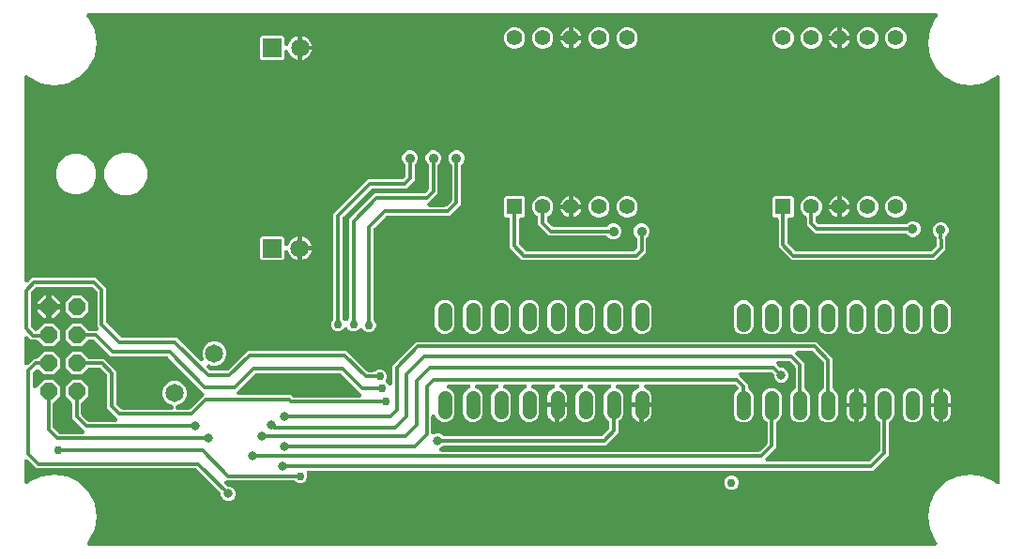
<source format=gbr>
G04 EAGLE Gerber RS-274X export*
G75*
%MOMM*%
%FSLAX34Y34*%
%LPD*%
%INBottom Copper*%
%IPPOS*%
%AMOC8*
5,1,8,0,0,1.08239X$1,22.5*%
G01*
%ADD10R,1.651000X1.651000*%
%ADD11C,1.651000*%
%ADD12P,1.649562X8X112.500000*%
%ADD13C,1.288000*%
%ADD14R,1.400000X1.400000*%
%ADD15C,1.400000*%
%ADD16C,0.756400*%
%ADD17C,0.400000*%
%ADD18C,0.300000*%
%ADD19C,0.304800*%
%ADD20C,0.806400*%
%ADD21C,0.906400*%

G36*
X823643Y17162D02*
X823643Y17162D01*
X823658Y17161D01*
X823842Y17182D01*
X824026Y17201D01*
X824040Y17205D01*
X824055Y17207D01*
X824231Y17264D01*
X824407Y17319D01*
X824421Y17326D01*
X824435Y17331D01*
X824596Y17422D01*
X824758Y17510D01*
X824769Y17520D01*
X824783Y17528D01*
X824922Y17649D01*
X825063Y17768D01*
X825072Y17780D01*
X825084Y17790D01*
X825196Y17936D01*
X825311Y18081D01*
X825318Y18094D01*
X825327Y18106D01*
X825408Y18272D01*
X825492Y18437D01*
X825496Y18451D01*
X825503Y18465D01*
X825550Y18645D01*
X825599Y18822D01*
X825600Y18837D01*
X825604Y18852D01*
X825614Y19036D01*
X825627Y19220D01*
X825625Y19235D01*
X825625Y19250D01*
X825599Y19432D01*
X825575Y19616D01*
X825570Y19631D01*
X825568Y19646D01*
X825505Y19819D01*
X825445Y19994D01*
X825438Y20007D01*
X825432Y20022D01*
X825336Y20180D01*
X825243Y20339D01*
X825233Y20350D01*
X825225Y20363D01*
X825042Y20574D01*
X824396Y21220D01*
X818988Y31834D01*
X817124Y43600D01*
X818988Y55366D01*
X824396Y65980D01*
X832820Y74404D01*
X843434Y79812D01*
X855200Y81676D01*
X866966Y79812D01*
X877580Y74404D01*
X878626Y73358D01*
X878638Y73348D01*
X878648Y73337D01*
X878793Y73222D01*
X878936Y73105D01*
X878949Y73098D01*
X878961Y73089D01*
X879126Y73005D01*
X879289Y72919D01*
X879303Y72915D01*
X879317Y72908D01*
X879494Y72859D01*
X879672Y72807D01*
X879687Y72805D01*
X879702Y72801D01*
X879885Y72788D01*
X880070Y72773D01*
X880085Y72774D01*
X880100Y72773D01*
X880284Y72797D01*
X880467Y72819D01*
X880481Y72823D01*
X880496Y72825D01*
X880672Y72885D01*
X880847Y72942D01*
X880860Y72950D01*
X880874Y72955D01*
X881034Y73048D01*
X881194Y73139D01*
X881206Y73149D01*
X881219Y73157D01*
X881357Y73280D01*
X881496Y73401D01*
X881505Y73413D01*
X881516Y73423D01*
X881627Y73572D01*
X881739Y73718D01*
X881746Y73732D01*
X881755Y73744D01*
X881833Y73911D01*
X881915Y74077D01*
X881918Y74091D01*
X881925Y74105D01*
X881969Y74285D01*
X882015Y74463D01*
X882016Y74478D01*
X882020Y74493D01*
X882039Y74772D01*
X882039Y439728D01*
X882038Y439743D01*
X882039Y439758D01*
X882018Y439942D01*
X881999Y440126D01*
X881995Y440140D01*
X881993Y440155D01*
X881936Y440331D01*
X881881Y440507D01*
X881874Y440521D01*
X881869Y440535D01*
X881779Y440695D01*
X881690Y440858D01*
X881680Y440869D01*
X881672Y440883D01*
X881551Y441022D01*
X881432Y441163D01*
X881420Y441172D01*
X881410Y441184D01*
X881264Y441297D01*
X881119Y441411D01*
X881106Y441418D01*
X881094Y441427D01*
X880928Y441508D01*
X880763Y441592D01*
X880748Y441596D01*
X880735Y441603D01*
X880557Y441649D01*
X880378Y441699D01*
X880363Y441700D01*
X880348Y441704D01*
X880165Y441714D01*
X879980Y441727D01*
X879965Y441725D01*
X879950Y441725D01*
X879768Y441699D01*
X879584Y441675D01*
X879569Y441670D01*
X879554Y441668D01*
X879381Y441605D01*
X879206Y441545D01*
X879193Y441538D01*
X879178Y441532D01*
X879020Y441436D01*
X878861Y441343D01*
X878850Y441333D01*
X878837Y441325D01*
X878626Y441142D01*
X877580Y440096D01*
X866966Y434688D01*
X855200Y432824D01*
X843434Y434688D01*
X832820Y440096D01*
X824396Y448520D01*
X818988Y459134D01*
X817124Y470900D01*
X818988Y482666D01*
X824396Y493280D01*
X825442Y494326D01*
X825452Y494338D01*
X825463Y494348D01*
X825578Y494493D01*
X825695Y494636D01*
X825702Y494649D01*
X825711Y494661D01*
X825795Y494826D01*
X825881Y494989D01*
X825885Y495003D01*
X825892Y495017D01*
X825941Y495194D01*
X825993Y495372D01*
X825995Y495387D01*
X825999Y495402D01*
X826012Y495585D01*
X826027Y495770D01*
X826026Y495785D01*
X826027Y495800D01*
X826003Y495984D01*
X825981Y496167D01*
X825977Y496181D01*
X825975Y496196D01*
X825915Y496372D01*
X825858Y496547D01*
X825850Y496560D01*
X825845Y496574D01*
X825752Y496734D01*
X825661Y496894D01*
X825651Y496906D01*
X825643Y496919D01*
X825520Y497057D01*
X825399Y497196D01*
X825387Y497205D01*
X825377Y497216D01*
X825228Y497327D01*
X825082Y497439D01*
X825068Y497446D01*
X825056Y497455D01*
X824889Y497533D01*
X824723Y497615D01*
X824709Y497618D01*
X824695Y497625D01*
X824515Y497669D01*
X824337Y497715D01*
X824322Y497716D01*
X824307Y497720D01*
X824028Y497739D01*
X60272Y497739D01*
X60257Y497738D01*
X60242Y497739D01*
X60058Y497718D01*
X59874Y497699D01*
X59860Y497695D01*
X59845Y497693D01*
X59669Y497636D01*
X59493Y497581D01*
X59479Y497574D01*
X59465Y497569D01*
X59305Y497479D01*
X59142Y497390D01*
X59131Y497380D01*
X59117Y497372D01*
X58978Y497251D01*
X58837Y497132D01*
X58828Y497120D01*
X58816Y497110D01*
X58703Y496964D01*
X58589Y496819D01*
X58582Y496806D01*
X58573Y496794D01*
X58492Y496628D01*
X58408Y496463D01*
X58404Y496448D01*
X58397Y496435D01*
X58351Y496257D01*
X58301Y496078D01*
X58300Y496063D01*
X58296Y496048D01*
X58286Y495865D01*
X58273Y495680D01*
X58275Y495665D01*
X58275Y495650D01*
X58301Y495468D01*
X58325Y495284D01*
X58330Y495269D01*
X58332Y495254D01*
X58395Y495081D01*
X58455Y494906D01*
X58462Y494893D01*
X58468Y494878D01*
X58564Y494720D01*
X58657Y494561D01*
X58667Y494550D01*
X58675Y494537D01*
X58858Y494326D01*
X59904Y493280D01*
X65312Y482666D01*
X67176Y470900D01*
X65312Y459134D01*
X59904Y448520D01*
X51480Y440096D01*
X40866Y434688D01*
X29100Y432824D01*
X17334Y434688D01*
X6720Y440096D01*
X5574Y441242D01*
X5562Y441252D01*
X5552Y441263D01*
X5407Y441378D01*
X5264Y441495D01*
X5251Y441502D01*
X5239Y441511D01*
X5074Y441595D01*
X4911Y441681D01*
X4897Y441685D01*
X4883Y441692D01*
X4706Y441741D01*
X4528Y441793D01*
X4513Y441795D01*
X4498Y441799D01*
X4315Y441812D01*
X4130Y441827D01*
X4115Y441826D01*
X4100Y441827D01*
X3916Y441803D01*
X3733Y441781D01*
X3719Y441777D01*
X3704Y441775D01*
X3528Y441715D01*
X3353Y441658D01*
X3340Y441650D01*
X3326Y441645D01*
X3166Y441552D01*
X3006Y441461D01*
X2994Y441451D01*
X2981Y441443D01*
X2843Y441320D01*
X2704Y441199D01*
X2695Y441187D01*
X2684Y441177D01*
X2573Y441028D01*
X2461Y440882D01*
X2454Y440868D01*
X2445Y440856D01*
X2367Y440689D01*
X2285Y440523D01*
X2282Y440509D01*
X2275Y440495D01*
X2231Y440315D01*
X2185Y440137D01*
X2184Y440122D01*
X2180Y440107D01*
X2161Y439828D01*
X2161Y256736D01*
X2162Y256721D01*
X2161Y256706D01*
X2182Y256522D01*
X2201Y256338D01*
X2205Y256324D01*
X2207Y256309D01*
X2264Y256133D01*
X2319Y255957D01*
X2326Y255943D01*
X2331Y255929D01*
X2422Y255768D01*
X2510Y255606D01*
X2520Y255595D01*
X2528Y255581D01*
X2649Y255442D01*
X2768Y255301D01*
X2780Y255292D01*
X2790Y255280D01*
X2936Y255168D01*
X3081Y255053D01*
X3094Y255046D01*
X3106Y255037D01*
X3272Y254956D01*
X3437Y254872D01*
X3451Y254868D01*
X3465Y254861D01*
X3645Y254814D01*
X3822Y254765D01*
X3837Y254764D01*
X3852Y254760D01*
X4036Y254750D01*
X4220Y254737D01*
X4235Y254739D01*
X4250Y254739D01*
X4433Y254765D01*
X4616Y254789D01*
X4631Y254794D01*
X4646Y254796D01*
X4819Y254859D01*
X4994Y254919D01*
X5007Y254927D01*
X5022Y254932D01*
X5180Y255028D01*
X5339Y255121D01*
X5350Y255131D01*
X5363Y255139D01*
X5574Y255322D01*
X6350Y256098D01*
X9316Y259065D01*
X66684Y259065D01*
X76065Y249684D01*
X76065Y219512D01*
X76069Y219467D01*
X76067Y219421D01*
X76089Y219268D01*
X76105Y219114D01*
X76118Y219071D01*
X76125Y219026D01*
X76177Y218880D01*
X76223Y218733D01*
X76244Y218693D01*
X76260Y218650D01*
X76340Y218518D01*
X76414Y218382D01*
X76444Y218348D01*
X76467Y218309D01*
X76650Y218098D01*
X89098Y205650D01*
X89123Y205630D01*
X89138Y205613D01*
X89146Y205607D01*
X89164Y205588D01*
X89287Y205496D01*
X89407Y205397D01*
X89448Y205376D01*
X89484Y205349D01*
X89624Y205283D01*
X89761Y205211D01*
X89804Y205198D01*
X89845Y205179D01*
X89996Y205142D01*
X90144Y205099D01*
X90189Y205095D01*
X90233Y205084D01*
X90512Y205065D01*
X139684Y205065D01*
X160345Y184403D01*
X160351Y184398D01*
X160356Y184392D01*
X160506Y184272D01*
X160655Y184150D01*
X160661Y184147D01*
X160667Y184142D01*
X160839Y184053D01*
X161008Y183964D01*
X161015Y183962D01*
X161022Y183958D01*
X161207Y183905D01*
X161391Y183852D01*
X161399Y183851D01*
X161406Y183849D01*
X161598Y183834D01*
X161789Y183818D01*
X161797Y183818D01*
X161804Y183818D01*
X161995Y183841D01*
X162186Y183864D01*
X162193Y183866D01*
X162201Y183867D01*
X162382Y183927D01*
X162566Y183987D01*
X162572Y183991D01*
X162580Y183994D01*
X162745Y184089D01*
X162913Y184184D01*
X162919Y184189D01*
X162926Y184193D01*
X163069Y184319D01*
X163215Y184446D01*
X163219Y184452D01*
X163225Y184457D01*
X163342Y184611D01*
X163458Y184763D01*
X163462Y184770D01*
X163466Y184776D01*
X163549Y184949D01*
X163634Y185122D01*
X163636Y185129D01*
X163639Y185136D01*
X163686Y185323D01*
X163734Y185508D01*
X163735Y185516D01*
X163737Y185523D01*
X163746Y185717D01*
X163756Y185907D01*
X163755Y185914D01*
X163756Y185922D01*
X163726Y186114D01*
X163699Y186302D01*
X163696Y186309D01*
X163695Y186317D01*
X163606Y186582D01*
X162765Y188613D01*
X162765Y192908D01*
X164408Y196876D01*
X167445Y199913D01*
X171413Y201556D01*
X175708Y201556D01*
X179676Y199913D01*
X182713Y196876D01*
X184356Y192908D01*
X184356Y188613D01*
X182713Y184645D01*
X179676Y181608D01*
X175708Y179965D01*
X171413Y179965D01*
X169382Y180806D01*
X169375Y180808D01*
X169368Y180812D01*
X169182Y180866D01*
X168999Y180921D01*
X168992Y180922D01*
X168984Y180924D01*
X168791Y180941D01*
X168602Y180958D01*
X168594Y180958D01*
X168586Y180958D01*
X168396Y180936D01*
X168204Y180915D01*
X168197Y180913D01*
X168190Y180912D01*
X168008Y180853D01*
X167824Y180794D01*
X167817Y180791D01*
X167810Y180788D01*
X167643Y180694D01*
X167475Y180600D01*
X167469Y180595D01*
X167462Y180592D01*
X167317Y180465D01*
X167171Y180340D01*
X167167Y180335D01*
X167161Y180330D01*
X167044Y180178D01*
X166926Y180026D01*
X166922Y180019D01*
X166918Y180013D01*
X166834Y179842D01*
X166747Y179668D01*
X166745Y179661D01*
X166742Y179654D01*
X166694Y179469D01*
X166644Y179282D01*
X166643Y179275D01*
X166641Y179268D01*
X166631Y179076D01*
X166619Y178884D01*
X166620Y178876D01*
X166619Y178869D01*
X166647Y178677D01*
X166674Y178488D01*
X166676Y178481D01*
X166677Y178473D01*
X166743Y178291D01*
X166806Y178111D01*
X166810Y178105D01*
X166813Y178098D01*
X166913Y177931D01*
X167011Y177768D01*
X167016Y177763D01*
X167020Y177756D01*
X167203Y177545D01*
X169122Y175626D01*
X169157Y175598D01*
X169187Y175564D01*
X169312Y175471D01*
X169431Y175374D01*
X169471Y175352D01*
X169508Y175325D01*
X169648Y175259D01*
X169785Y175187D01*
X169828Y175174D01*
X169869Y175155D01*
X170019Y175118D01*
X170168Y175075D01*
X170213Y175071D01*
X170257Y175060D01*
X170536Y175041D01*
X184498Y175041D01*
X184543Y175045D01*
X184589Y175043D01*
X184742Y175065D01*
X184896Y175081D01*
X184939Y175094D01*
X184984Y175101D01*
X185129Y175153D01*
X185277Y175199D01*
X185317Y175220D01*
X185360Y175236D01*
X185492Y175316D01*
X185628Y175390D01*
X185662Y175420D01*
X185701Y175443D01*
X185912Y175626D01*
X203326Y193041D01*
X292674Y193041D01*
X311088Y174626D01*
X311123Y174598D01*
X311154Y174564D01*
X311278Y174472D01*
X311397Y174373D01*
X311438Y174352D01*
X311474Y174325D01*
X311614Y174259D01*
X311751Y174187D01*
X311794Y174174D01*
X311835Y174155D01*
X311986Y174118D01*
X312134Y174075D01*
X312179Y174071D01*
X312223Y174060D01*
X312502Y174041D01*
X317271Y174041D01*
X317316Y174045D01*
X317361Y174043D01*
X317514Y174065D01*
X317668Y174081D01*
X317712Y174094D01*
X317757Y174101D01*
X317902Y174153D01*
X318050Y174199D01*
X318090Y174221D01*
X318132Y174236D01*
X318264Y174316D01*
X318400Y174390D01*
X318435Y174420D01*
X318474Y174443D01*
X318685Y174626D01*
X319418Y175360D01*
X321742Y176323D01*
X324258Y176323D01*
X326582Y175360D01*
X328360Y173582D01*
X329323Y171258D01*
X329323Y168742D01*
X328333Y166354D01*
X328322Y166318D01*
X328306Y166284D01*
X328265Y166126D01*
X328218Y165971D01*
X328215Y165934D01*
X328205Y165897D01*
X328196Y165735D01*
X328181Y165574D01*
X328185Y165536D01*
X328183Y165498D01*
X328207Y165338D01*
X328224Y165176D01*
X328236Y165141D01*
X328241Y165103D01*
X328296Y164950D01*
X328345Y164796D01*
X328363Y164763D01*
X328376Y164727D01*
X328461Y164588D01*
X328539Y164447D01*
X328564Y164418D01*
X328584Y164386D01*
X328767Y164175D01*
X330546Y162395D01*
X330558Y162386D01*
X330568Y162374D01*
X330712Y162260D01*
X330856Y162143D01*
X330869Y162136D01*
X330881Y162126D01*
X331046Y162042D01*
X331209Y161956D01*
X331223Y161952D01*
X331237Y161945D01*
X331415Y161896D01*
X331592Y161844D01*
X331607Y161843D01*
X331622Y161839D01*
X331805Y161826D01*
X331990Y161810D01*
X332005Y161812D01*
X332020Y161811D01*
X332204Y161835D01*
X332387Y161856D01*
X332401Y161861D01*
X332416Y161863D01*
X332591Y161923D01*
X332767Y161980D01*
X332780Y161987D01*
X332794Y161992D01*
X332954Y162086D01*
X333114Y162177D01*
X333126Y162187D01*
X333139Y162194D01*
X333276Y162317D01*
X333416Y162439D01*
X333425Y162451D01*
X333436Y162461D01*
X333546Y162608D01*
X333659Y162755D01*
X333666Y162769D01*
X333675Y162781D01*
X333753Y162946D01*
X333835Y163114D01*
X333838Y163129D01*
X333845Y163143D01*
X333889Y163322D01*
X333935Y163501D01*
X333936Y163516D01*
X333940Y163531D01*
X333959Y163809D01*
X333959Y179674D01*
X355326Y201041D01*
X716674Y201041D01*
X731341Y186374D01*
X731341Y159823D01*
X731345Y159785D01*
X731342Y159748D01*
X731364Y159586D01*
X731381Y159425D01*
X731392Y159389D01*
X731397Y159352D01*
X731451Y159199D01*
X731499Y159044D01*
X731517Y159011D01*
X731529Y158975D01*
X731612Y158836D01*
X731690Y158693D01*
X731715Y158664D01*
X731734Y158632D01*
X731843Y158512D01*
X731948Y158388D01*
X731977Y158365D01*
X732003Y158337D01*
X732134Y158241D01*
X732261Y158140D01*
X732295Y158123D01*
X732325Y158100D01*
X732356Y158085D01*
X734914Y155527D01*
X736281Y152226D01*
X736281Y135774D01*
X734914Y132473D01*
X732387Y129946D01*
X729086Y128579D01*
X725514Y128579D01*
X722213Y129946D01*
X719686Y132473D01*
X718319Y135774D01*
X718319Y152226D01*
X719686Y155527D01*
X722263Y158103D01*
X722377Y158165D01*
X722406Y158189D01*
X722439Y158208D01*
X722559Y158316D01*
X722684Y158420D01*
X722708Y158449D01*
X722736Y158475D01*
X722833Y158604D01*
X722935Y158731D01*
X722952Y158765D01*
X722975Y158795D01*
X723044Y158941D01*
X723118Y159086D01*
X723129Y159122D01*
X723145Y159156D01*
X723183Y159314D01*
X723228Y159470D01*
X723231Y159508D01*
X723240Y159544D01*
X723259Y159823D01*
X723259Y182198D01*
X723255Y182243D01*
X723257Y182289D01*
X723235Y182442D01*
X723219Y182596D01*
X723206Y182639D01*
X723199Y182684D01*
X723147Y182829D01*
X723101Y182977D01*
X723080Y183017D01*
X723064Y183060D01*
X722984Y183192D01*
X722910Y183328D01*
X722880Y183362D01*
X722857Y183401D01*
X722674Y183612D01*
X713912Y192374D01*
X713877Y192402D01*
X713846Y192436D01*
X713722Y192528D01*
X713603Y192627D01*
X713562Y192648D01*
X713526Y192675D01*
X713386Y192741D01*
X713249Y192813D01*
X713206Y192826D01*
X713165Y192845D01*
X713014Y192882D01*
X712866Y192925D01*
X712821Y192929D01*
X712777Y192940D01*
X712498Y192959D01*
X699582Y192959D01*
X699567Y192958D01*
X699552Y192959D01*
X699368Y192938D01*
X699184Y192919D01*
X699170Y192915D01*
X699155Y192913D01*
X698980Y192856D01*
X698803Y192801D01*
X698789Y192794D01*
X698775Y192789D01*
X698615Y192699D01*
X698452Y192610D01*
X698441Y192600D01*
X698428Y192592D01*
X698289Y192472D01*
X698147Y192352D01*
X698138Y192340D01*
X698126Y192330D01*
X698014Y192184D01*
X697899Y192039D01*
X697892Y192026D01*
X697883Y192014D01*
X697802Y191848D01*
X697718Y191683D01*
X697714Y191668D01*
X697707Y191655D01*
X697661Y191476D01*
X697611Y191298D01*
X697610Y191283D01*
X697606Y191268D01*
X697596Y191085D01*
X697583Y190900D01*
X697585Y190885D01*
X697585Y190870D01*
X697611Y190687D01*
X697635Y190504D01*
X697640Y190489D01*
X697642Y190474D01*
X697705Y190300D01*
X697765Y190126D01*
X697773Y190113D01*
X697778Y190099D01*
X697874Y189941D01*
X697967Y189781D01*
X697977Y189770D01*
X697985Y189757D01*
X698168Y189546D01*
X702988Y184726D01*
X705941Y181774D01*
X705941Y159823D01*
X705945Y159785D01*
X705942Y159747D01*
X705964Y159587D01*
X705981Y159425D01*
X705992Y159389D01*
X705997Y159352D01*
X706051Y159199D01*
X706099Y159044D01*
X706117Y159010D01*
X706130Y158975D01*
X706212Y158836D01*
X706290Y158693D01*
X706315Y158664D01*
X706334Y158632D01*
X706443Y158512D01*
X706548Y158388D01*
X706577Y158364D01*
X706603Y158336D01*
X706734Y158240D01*
X706861Y158140D01*
X706895Y158123D01*
X706925Y158100D01*
X706956Y158085D01*
X709514Y155527D01*
X710881Y152226D01*
X710881Y135774D01*
X709514Y132473D01*
X706987Y129946D01*
X703686Y128579D01*
X700114Y128579D01*
X696813Y129946D01*
X694286Y132473D01*
X692919Y135774D01*
X692919Y152226D01*
X694286Y155527D01*
X696862Y158103D01*
X696977Y158165D01*
X697006Y158189D01*
X697039Y158208D01*
X697159Y158316D01*
X697284Y158420D01*
X697308Y158449D01*
X697336Y158475D01*
X697433Y158604D01*
X697535Y158731D01*
X697552Y158765D01*
X697575Y158795D01*
X697644Y158941D01*
X697718Y159085D01*
X697729Y159122D01*
X697745Y159156D01*
X697783Y159314D01*
X697828Y159470D01*
X697831Y159507D01*
X697840Y159544D01*
X697859Y159823D01*
X697859Y177598D01*
X697855Y177643D01*
X697857Y177689D01*
X697835Y177842D01*
X697819Y177996D01*
X697806Y178039D01*
X697799Y178084D01*
X697747Y178229D01*
X697701Y178377D01*
X697680Y178417D01*
X697664Y178460D01*
X697584Y178592D01*
X697510Y178728D01*
X697480Y178762D01*
X697457Y178801D01*
X697274Y179012D01*
X692912Y183374D01*
X692877Y183402D01*
X692846Y183436D01*
X692722Y183528D01*
X692603Y183627D01*
X692562Y183648D01*
X692526Y183675D01*
X692386Y183741D01*
X692249Y183813D01*
X692206Y183826D01*
X692165Y183845D01*
X692014Y183882D01*
X691866Y183925D01*
X691821Y183929D01*
X691777Y183940D01*
X691498Y183959D01*
X682582Y183959D01*
X682567Y183958D01*
X682552Y183959D01*
X682368Y183938D01*
X682184Y183919D01*
X682170Y183915D01*
X682155Y183913D01*
X681979Y183856D01*
X681803Y183801D01*
X681789Y183794D01*
X681775Y183789D01*
X681615Y183699D01*
X681452Y183610D01*
X681441Y183600D01*
X681428Y183592D01*
X681288Y183471D01*
X681147Y183352D01*
X681138Y183340D01*
X681126Y183330D01*
X681014Y183184D01*
X680899Y183039D01*
X680892Y183026D01*
X680883Y183014D01*
X680802Y182848D01*
X680718Y182683D01*
X680714Y182668D01*
X680707Y182655D01*
X680661Y182477D01*
X680611Y182298D01*
X680610Y182283D01*
X680606Y182268D01*
X680596Y182085D01*
X680583Y181900D01*
X680585Y181885D01*
X680585Y181870D01*
X680611Y181688D01*
X680635Y181504D01*
X680640Y181489D01*
X680642Y181474D01*
X680705Y181301D01*
X680765Y181126D01*
X680773Y181113D01*
X680778Y181099D01*
X680873Y180941D01*
X680967Y180781D01*
X680977Y180770D01*
X680985Y180757D01*
X681168Y180546D01*
X682626Y179088D01*
X683556Y178158D01*
X683591Y178130D01*
X683622Y178096D01*
X683746Y178004D01*
X683865Y177905D01*
X683906Y177884D01*
X683942Y177857D01*
X684082Y177791D01*
X684219Y177719D01*
X684262Y177706D01*
X684303Y177687D01*
X684454Y177650D01*
X684602Y177607D01*
X684647Y177603D01*
X684691Y177592D01*
X684970Y177573D01*
X686307Y177573D01*
X688723Y176572D01*
X690572Y174723D01*
X691573Y172307D01*
X691573Y169693D01*
X690572Y167277D01*
X688723Y165428D01*
X686307Y164427D01*
X683693Y164427D01*
X681277Y165428D01*
X679428Y167277D01*
X678427Y169693D01*
X678427Y171030D01*
X678423Y171075D01*
X678425Y171121D01*
X678403Y171274D01*
X678387Y171428D01*
X678374Y171471D01*
X678367Y171516D01*
X678315Y171661D01*
X678269Y171809D01*
X678248Y171849D01*
X678232Y171892D01*
X678152Y172024D01*
X678078Y172160D01*
X678048Y172194D01*
X678025Y172233D01*
X677842Y172444D01*
X676912Y173374D01*
X676877Y173402D01*
X676846Y173436D01*
X676722Y173528D01*
X676603Y173627D01*
X676562Y173648D01*
X676526Y173675D01*
X676386Y173741D01*
X676249Y173813D01*
X676206Y173826D01*
X676165Y173845D01*
X676014Y173882D01*
X675866Y173925D01*
X675821Y173929D01*
X675777Y173940D01*
X675498Y173959D01*
X648582Y173959D01*
X648567Y173958D01*
X648552Y173959D01*
X648368Y173938D01*
X648184Y173919D01*
X648170Y173915D01*
X648155Y173913D01*
X647980Y173856D01*
X647803Y173801D01*
X647789Y173794D01*
X647775Y173789D01*
X647615Y173699D01*
X647452Y173610D01*
X647441Y173600D01*
X647428Y173592D01*
X647289Y173472D01*
X647147Y173352D01*
X647138Y173340D01*
X647126Y173330D01*
X647014Y173184D01*
X646899Y173039D01*
X646892Y173026D01*
X646883Y173014D01*
X646801Y172847D01*
X646718Y172683D01*
X646714Y172668D01*
X646707Y172655D01*
X646661Y172476D01*
X646611Y172298D01*
X646610Y172283D01*
X646606Y172268D01*
X646596Y172085D01*
X646583Y171900D01*
X646585Y171885D01*
X646585Y171870D01*
X646611Y171687D01*
X646635Y171504D01*
X646640Y171489D01*
X646642Y171474D01*
X646705Y171300D01*
X646765Y171126D01*
X646773Y171113D01*
X646778Y171099D01*
X646874Y170941D01*
X646967Y170781D01*
X646977Y170770D01*
X646985Y170757D01*
X647168Y170546D01*
X655141Y162574D01*
X655141Y159823D01*
X655145Y159785D01*
X655142Y159747D01*
X655164Y159587D01*
X655181Y159425D01*
X655192Y159389D01*
X655197Y159352D01*
X655251Y159199D01*
X655299Y159044D01*
X655317Y159010D01*
X655330Y158975D01*
X655412Y158836D01*
X655490Y158693D01*
X655515Y158664D01*
X655534Y158632D01*
X655643Y158512D01*
X655748Y158388D01*
X655777Y158364D01*
X655803Y158336D01*
X655934Y158240D01*
X656061Y158140D01*
X656095Y158123D01*
X656125Y158100D01*
X656156Y158085D01*
X658714Y155527D01*
X660081Y152226D01*
X660081Y135774D01*
X658714Y132473D01*
X656187Y129946D01*
X652886Y128579D01*
X649314Y128579D01*
X646013Y129946D01*
X643486Y132473D01*
X642119Y135774D01*
X642119Y152226D01*
X643486Y155527D01*
X645709Y157749D01*
X645728Y157773D01*
X645751Y157793D01*
X645854Y157927D01*
X645962Y158059D01*
X645976Y158086D01*
X645994Y158109D01*
X646069Y158262D01*
X646148Y158412D01*
X646156Y158441D01*
X646170Y158468D01*
X646212Y158632D01*
X646260Y158795D01*
X646263Y158826D01*
X646270Y158855D01*
X646280Y159023D01*
X646294Y159193D01*
X646291Y159223D01*
X646292Y159254D01*
X646268Y159421D01*
X646248Y159590D01*
X646239Y159619D01*
X646234Y159649D01*
X646177Y159808D01*
X646124Y159970D01*
X646109Y159996D01*
X646099Y160025D01*
X646011Y160169D01*
X645928Y160317D01*
X645908Y160340D01*
X645892Y160366D01*
X645709Y160577D01*
X643912Y162374D01*
X643877Y162402D01*
X643846Y162436D01*
X643722Y162529D01*
X643603Y162627D01*
X643562Y162648D01*
X643526Y162675D01*
X643386Y162741D01*
X643249Y162813D01*
X643206Y162826D01*
X643165Y162845D01*
X643014Y162882D01*
X642866Y162925D01*
X642821Y162929D01*
X642777Y162940D01*
X642498Y162959D01*
X562978Y162959D01*
X562892Y162951D01*
X562806Y162952D01*
X562694Y162931D01*
X562580Y162919D01*
X562498Y162894D01*
X562413Y162878D01*
X562308Y162835D01*
X562199Y162801D01*
X562123Y162760D01*
X562043Y162727D01*
X561949Y162664D01*
X561848Y162610D01*
X561782Y162554D01*
X561711Y162506D01*
X561630Y162426D01*
X561543Y162352D01*
X561490Y162285D01*
X561428Y162223D01*
X561366Y162128D01*
X561295Y162039D01*
X561256Y161962D01*
X561208Y161890D01*
X561166Y161785D01*
X561114Y161683D01*
X561091Y161600D01*
X561059Y161520D01*
X561038Y161408D01*
X561007Y161298D01*
X561001Y161212D01*
X560986Y161127D01*
X560988Y161013D01*
X560980Y160900D01*
X560991Y160814D01*
X560992Y160728D01*
X561017Y160617D01*
X561031Y160504D01*
X561059Y160422D01*
X561078Y160338D01*
X561124Y160234D01*
X561161Y160126D01*
X561205Y160051D01*
X561240Y159972D01*
X561305Y159880D01*
X561363Y159781D01*
X561421Y159717D01*
X561471Y159647D01*
X561554Y159569D01*
X561630Y159484D01*
X561699Y159432D01*
X561762Y159373D01*
X561859Y159313D01*
X561950Y159245D01*
X562028Y159209D01*
X562102Y159163D01*
X562264Y159098D01*
X562311Y159075D01*
X562331Y159070D01*
X562338Y159068D01*
X563607Y158421D01*
X564751Y157590D01*
X565750Y156591D01*
X566581Y155447D01*
X567223Y154187D01*
X567660Y152843D01*
X567881Y151447D01*
X567881Y146299D01*
X558900Y146299D01*
X549919Y146299D01*
X549919Y151447D01*
X550140Y152843D01*
X550577Y154187D01*
X551219Y155447D01*
X552050Y156591D01*
X553049Y157590D01*
X554193Y158421D01*
X555474Y159073D01*
X555519Y159093D01*
X555601Y159119D01*
X555701Y159173D01*
X555805Y159219D01*
X555876Y159269D01*
X555952Y159310D01*
X556039Y159384D01*
X556132Y159449D01*
X556191Y159512D01*
X556257Y159568D01*
X556328Y159657D01*
X556406Y159740D01*
X556451Y159813D01*
X556505Y159881D01*
X556557Y159982D01*
X556617Y160079D01*
X556647Y160160D01*
X556686Y160237D01*
X556716Y160347D01*
X556756Y160453D01*
X556770Y160539D01*
X556793Y160622D01*
X556800Y160735D01*
X556818Y160848D01*
X556814Y160934D01*
X556820Y161020D01*
X556806Y161133D01*
X556801Y161247D01*
X556780Y161331D01*
X556769Y161416D01*
X556732Y161524D01*
X556704Y161635D01*
X556667Y161712D01*
X556639Y161794D01*
X556581Y161893D01*
X556532Y161995D01*
X556481Y162064D01*
X556437Y162139D01*
X556361Y162223D01*
X556293Y162315D01*
X556228Y162372D01*
X556170Y162436D01*
X556079Y162504D01*
X555994Y162580D01*
X555919Y162623D01*
X555850Y162675D01*
X555747Y162723D01*
X555648Y162780D01*
X555567Y162808D01*
X555489Y162845D01*
X555378Y162872D01*
X555270Y162908D01*
X555184Y162919D01*
X555101Y162940D01*
X554926Y162952D01*
X554874Y162959D01*
X554853Y162957D01*
X554822Y162959D01*
X537519Y162959D01*
X537511Y162959D01*
X537504Y162959D01*
X537313Y162939D01*
X537121Y162919D01*
X537114Y162917D01*
X537107Y162916D01*
X536924Y162858D01*
X536740Y162801D01*
X536733Y162798D01*
X536726Y162795D01*
X536559Y162702D01*
X536389Y162610D01*
X536383Y162605D01*
X536377Y162601D01*
X536231Y162476D01*
X536084Y162352D01*
X536079Y162346D01*
X536073Y162341D01*
X535956Y162191D01*
X535836Y162039D01*
X535832Y162032D01*
X535828Y162026D01*
X535741Y161853D01*
X535655Y161683D01*
X535653Y161676D01*
X535649Y161669D01*
X535599Y161483D01*
X535548Y161298D01*
X535548Y161291D01*
X535546Y161283D01*
X535534Y161092D01*
X535520Y160900D01*
X535521Y160892D01*
X535521Y160885D01*
X535547Y160695D01*
X535572Y160504D01*
X535575Y160497D01*
X535576Y160489D01*
X535640Y160307D01*
X535702Y160126D01*
X535706Y160119D01*
X535708Y160112D01*
X535807Y159947D01*
X535904Y159781D01*
X535909Y159776D01*
X535913Y159769D01*
X536043Y159626D01*
X536170Y159484D01*
X536176Y159479D01*
X536182Y159474D01*
X536338Y159359D01*
X536491Y159245D01*
X536498Y159242D01*
X536504Y159238D01*
X536754Y159113D01*
X538587Y158354D01*
X541114Y155827D01*
X542481Y152526D01*
X542481Y136074D01*
X541114Y132773D01*
X538626Y130286D01*
X538598Y130250D01*
X538564Y130220D01*
X538472Y130096D01*
X538373Y129976D01*
X538352Y129936D01*
X538325Y129900D01*
X538259Y129760D01*
X538187Y129623D01*
X538174Y129580D01*
X538155Y129538D01*
X538118Y129388D01*
X538075Y129240D01*
X538071Y129195D01*
X538060Y129150D01*
X538041Y128872D01*
X538041Y119326D01*
X526674Y107959D01*
X381083Y107959D01*
X381037Y107955D01*
X380992Y107957D01*
X380839Y107935D01*
X380685Y107919D01*
X380642Y107906D01*
X380597Y107899D01*
X380451Y107847D01*
X380304Y107801D01*
X380264Y107780D01*
X380221Y107764D01*
X380089Y107684D01*
X379953Y107610D01*
X379918Y107580D01*
X379880Y107557D01*
X379669Y107374D01*
X378723Y106428D01*
X377417Y105887D01*
X377411Y105884D01*
X377403Y105881D01*
X377233Y105788D01*
X377065Y105698D01*
X377060Y105693D01*
X377053Y105690D01*
X376906Y105565D01*
X376758Y105443D01*
X376753Y105437D01*
X376748Y105432D01*
X376628Y105281D01*
X376508Y105132D01*
X376504Y105125D01*
X376499Y105119D01*
X376412Y104946D01*
X376324Y104777D01*
X376322Y104770D01*
X376319Y104763D01*
X376267Y104579D01*
X376215Y104393D01*
X376214Y104385D01*
X376212Y104378D01*
X376199Y104188D01*
X376184Y103995D01*
X376185Y103987D01*
X376184Y103980D01*
X376209Y103791D01*
X376233Y103598D01*
X376235Y103591D01*
X376236Y103584D01*
X376298Y103403D01*
X376359Y103220D01*
X376363Y103213D01*
X376366Y103206D01*
X376463Y103040D01*
X376559Y102874D01*
X376564Y102868D01*
X376568Y102861D01*
X376695Y102719D01*
X376823Y102574D01*
X376829Y102569D01*
X376834Y102564D01*
X376987Y102450D01*
X377142Y102333D01*
X377148Y102330D01*
X377155Y102325D01*
X377328Y102243D01*
X377502Y102160D01*
X377509Y102158D01*
X377516Y102155D01*
X377702Y102110D01*
X377889Y102062D01*
X377897Y102062D01*
X377904Y102060D01*
X378182Y102041D01*
X664498Y102041D01*
X664543Y102045D01*
X664589Y102043D01*
X664742Y102065D01*
X664896Y102081D01*
X664939Y102094D01*
X664984Y102101D01*
X665129Y102153D01*
X665277Y102199D01*
X665317Y102220D01*
X665360Y102236D01*
X665492Y102316D01*
X665628Y102390D01*
X665662Y102420D01*
X665701Y102443D01*
X665912Y102626D01*
X671874Y108588D01*
X671902Y108623D01*
X671936Y108654D01*
X672028Y108778D01*
X672127Y108897D01*
X672148Y108938D01*
X672175Y108974D01*
X672241Y109114D01*
X672313Y109251D01*
X672326Y109294D01*
X672345Y109335D01*
X672382Y109486D01*
X672425Y109634D01*
X672429Y109679D01*
X672440Y109723D01*
X672459Y110002D01*
X672459Y128177D01*
X672455Y128215D01*
X672458Y128253D01*
X672436Y128413D01*
X672419Y128575D01*
X672408Y128611D01*
X672403Y128648D01*
X672349Y128801D01*
X672301Y128956D01*
X672283Y128990D01*
X672270Y129025D01*
X672188Y129164D01*
X672110Y129307D01*
X672085Y129336D01*
X672066Y129368D01*
X671957Y129488D01*
X671852Y129612D01*
X671823Y129636D01*
X671797Y129664D01*
X671666Y129759D01*
X671539Y129860D01*
X671505Y129877D01*
X671475Y129900D01*
X671444Y129915D01*
X668886Y132473D01*
X667519Y135774D01*
X667519Y152226D01*
X668886Y155527D01*
X671413Y158054D01*
X674714Y159421D01*
X678286Y159421D01*
X681587Y158054D01*
X684114Y155527D01*
X685481Y152226D01*
X685481Y135774D01*
X684114Y132473D01*
X681538Y129897D01*
X681423Y129835D01*
X681394Y129811D01*
X681361Y129792D01*
X681241Y129684D01*
X681116Y129580D01*
X681092Y129551D01*
X681064Y129525D01*
X680967Y129396D01*
X680865Y129269D01*
X680848Y129235D01*
X680825Y129205D01*
X680756Y129058D01*
X680682Y128915D01*
X680671Y128878D01*
X680655Y128844D01*
X680617Y128686D01*
X680572Y128530D01*
X680569Y128493D01*
X680560Y128456D01*
X680541Y128177D01*
X680541Y105826D01*
X671168Y96454D01*
X671158Y96442D01*
X671147Y96432D01*
X671032Y96288D01*
X670915Y96144D01*
X670908Y96131D01*
X670899Y96119D01*
X670815Y95954D01*
X670729Y95791D01*
X670725Y95777D01*
X670718Y95763D01*
X670669Y95585D01*
X670617Y95408D01*
X670615Y95393D01*
X670611Y95378D01*
X670599Y95195D01*
X670583Y95010D01*
X670585Y94995D01*
X670583Y94980D01*
X670607Y94796D01*
X670629Y94613D01*
X670633Y94599D01*
X670635Y94584D01*
X670695Y94408D01*
X670753Y94233D01*
X670760Y94220D01*
X670765Y94206D01*
X670858Y94046D01*
X670949Y93886D01*
X670959Y93874D01*
X670967Y93861D01*
X671090Y93724D01*
X671211Y93584D01*
X671223Y93575D01*
X671234Y93564D01*
X671381Y93454D01*
X671528Y93341D01*
X671542Y93334D01*
X671554Y93325D01*
X671721Y93247D01*
X671887Y93165D01*
X671902Y93162D01*
X671915Y93155D01*
X672095Y93111D01*
X672273Y93065D01*
X672289Y93064D01*
X672303Y93060D01*
X672582Y93041D01*
X763498Y93041D01*
X763543Y93045D01*
X763589Y93043D01*
X763742Y93065D01*
X763896Y93081D01*
X763939Y93094D01*
X763984Y93101D01*
X764129Y93153D01*
X764277Y93199D01*
X764317Y93220D01*
X764360Y93236D01*
X764492Y93316D01*
X764628Y93390D01*
X764662Y93420D01*
X764701Y93443D01*
X764912Y93626D01*
X773474Y102188D01*
X773502Y102223D01*
X773536Y102254D01*
X773628Y102378D01*
X773727Y102497D01*
X773748Y102538D01*
X773775Y102574D01*
X773841Y102714D01*
X773913Y102851D01*
X773926Y102894D01*
X773945Y102935D01*
X773982Y103086D01*
X774025Y103234D01*
X774029Y103279D01*
X774040Y103323D01*
X774059Y103602D01*
X774059Y128177D01*
X774055Y128215D01*
X774058Y128253D01*
X774036Y128413D01*
X774019Y128575D01*
X774008Y128611D01*
X774003Y128648D01*
X773949Y128801D01*
X773901Y128956D01*
X773883Y128990D01*
X773870Y129025D01*
X773788Y129164D01*
X773710Y129307D01*
X773685Y129336D01*
X773666Y129368D01*
X773557Y129488D01*
X773452Y129612D01*
X773423Y129636D01*
X773397Y129664D01*
X773266Y129759D01*
X773139Y129860D01*
X773105Y129877D01*
X773075Y129900D01*
X773044Y129915D01*
X770486Y132473D01*
X769119Y135774D01*
X769119Y152226D01*
X770486Y155527D01*
X773013Y158054D01*
X776314Y159421D01*
X779886Y159421D01*
X783187Y158054D01*
X785714Y155527D01*
X787081Y152226D01*
X787081Y135774D01*
X785714Y132473D01*
X783138Y129897D01*
X783023Y129835D01*
X782994Y129811D01*
X782961Y129792D01*
X782841Y129684D01*
X782716Y129580D01*
X782692Y129551D01*
X782664Y129525D01*
X782567Y129396D01*
X782465Y129269D01*
X782448Y129235D01*
X782425Y129205D01*
X782356Y129058D01*
X782282Y128915D01*
X782271Y128878D01*
X782255Y128844D01*
X782217Y128686D01*
X782172Y128530D01*
X782169Y128493D01*
X782160Y128456D01*
X782141Y128177D01*
X782141Y99426D01*
X767674Y84959D01*
X258782Y84959D01*
X258759Y84957D01*
X258736Y84959D01*
X258560Y84937D01*
X258384Y84919D01*
X258362Y84913D01*
X258340Y84910D01*
X258172Y84854D01*
X258003Y84801D01*
X257983Y84790D01*
X257961Y84783D01*
X257808Y84695D01*
X257652Y84610D01*
X257635Y84595D01*
X257615Y84584D01*
X257482Y84467D01*
X257347Y84352D01*
X257333Y84334D01*
X257316Y84319D01*
X257209Y84179D01*
X257099Y84039D01*
X257088Y84019D01*
X257075Y84001D01*
X256998Y83842D01*
X256918Y83683D01*
X256912Y83661D01*
X256902Y83641D01*
X256858Y83469D01*
X256811Y83298D01*
X256810Y83276D01*
X256804Y83253D01*
X256796Y83076D01*
X256783Y82900D01*
X256786Y82877D01*
X256785Y82855D01*
X256812Y82679D01*
X256835Y82504D01*
X256842Y82482D01*
X256846Y82460D01*
X256935Y82195D01*
X257323Y81258D01*
X257323Y78742D01*
X256360Y76418D01*
X254582Y74640D01*
X252258Y73677D01*
X249742Y73677D01*
X247418Y74640D01*
X246685Y75374D01*
X246649Y75402D01*
X246619Y75436D01*
X246495Y75528D01*
X246375Y75627D01*
X246335Y75648D01*
X246299Y75675D01*
X246159Y75741D01*
X246022Y75813D01*
X245979Y75826D01*
X245937Y75845D01*
X245787Y75882D01*
X245639Y75925D01*
X245593Y75929D01*
X245549Y75940D01*
X245271Y75959D01*
X184582Y75959D01*
X184567Y75958D01*
X184552Y75959D01*
X184368Y75938D01*
X184184Y75919D01*
X184170Y75915D01*
X184155Y75913D01*
X183979Y75856D01*
X183803Y75801D01*
X183789Y75794D01*
X183775Y75789D01*
X183615Y75699D01*
X183452Y75610D01*
X183441Y75600D01*
X183428Y75592D01*
X183288Y75471D01*
X183147Y75352D01*
X183138Y75340D01*
X183126Y75330D01*
X183014Y75184D01*
X182899Y75039D01*
X182892Y75026D01*
X182883Y75014D01*
X182802Y74848D01*
X182718Y74683D01*
X182714Y74668D01*
X182707Y74655D01*
X182661Y74477D01*
X182611Y74298D01*
X182610Y74283D01*
X182606Y74268D01*
X182596Y74085D01*
X182583Y73900D01*
X182585Y73885D01*
X182585Y73870D01*
X182611Y73688D01*
X182635Y73504D01*
X182640Y73489D01*
X182642Y73474D01*
X182705Y73301D01*
X182765Y73126D01*
X182773Y73113D01*
X182778Y73099D01*
X182873Y72941D01*
X182967Y72781D01*
X182977Y72770D01*
X182985Y72757D01*
X183168Y72546D01*
X184556Y71158D01*
X184591Y71130D01*
X184622Y71096D01*
X184746Y71003D01*
X184865Y70905D01*
X184906Y70884D01*
X184942Y70857D01*
X185082Y70791D01*
X185219Y70719D01*
X185262Y70706D01*
X185303Y70687D01*
X185454Y70650D01*
X185602Y70607D01*
X185647Y70603D01*
X185691Y70592D01*
X185970Y70573D01*
X187307Y70573D01*
X189723Y69572D01*
X191572Y67723D01*
X192573Y65307D01*
X192573Y62693D01*
X191572Y60277D01*
X189723Y58428D01*
X187307Y57427D01*
X184693Y57427D01*
X182277Y58428D01*
X180428Y60277D01*
X179427Y62693D01*
X179427Y64030D01*
X179423Y64075D01*
X179425Y64121D01*
X179403Y64274D01*
X179387Y64428D01*
X179374Y64471D01*
X179367Y64516D01*
X179315Y64661D01*
X179269Y64809D01*
X179248Y64849D01*
X179232Y64892D01*
X179152Y65024D01*
X179078Y65160D01*
X179048Y65194D01*
X179025Y65233D01*
X178842Y65444D01*
X157912Y86374D01*
X157877Y86402D01*
X157846Y86436D01*
X157722Y86528D01*
X157603Y86627D01*
X157562Y86648D01*
X157526Y86675D01*
X157386Y86741D01*
X157249Y86813D01*
X157206Y86826D01*
X157165Y86845D01*
X157014Y86882D01*
X156866Y86925D01*
X156821Y86929D01*
X156777Y86940D01*
X156498Y86959D01*
X13326Y86959D01*
X10374Y89912D01*
X5574Y94712D01*
X5562Y94722D01*
X5552Y94733D01*
X5408Y94848D01*
X5264Y94965D01*
X5251Y94972D01*
X5239Y94981D01*
X5074Y95065D01*
X4911Y95151D01*
X4897Y95155D01*
X4883Y95162D01*
X4706Y95211D01*
X4528Y95263D01*
X4513Y95265D01*
X4498Y95269D01*
X4315Y95281D01*
X4130Y95297D01*
X4115Y95295D01*
X4100Y95297D01*
X3916Y95273D01*
X3733Y95251D01*
X3719Y95247D01*
X3704Y95245D01*
X3528Y95185D01*
X3353Y95127D01*
X3340Y95120D01*
X3326Y95115D01*
X3166Y95021D01*
X3006Y94931D01*
X2994Y94921D01*
X2981Y94913D01*
X2844Y94790D01*
X2704Y94669D01*
X2695Y94657D01*
X2684Y94646D01*
X2574Y94499D01*
X2461Y94352D01*
X2454Y94338D01*
X2445Y94326D01*
X2367Y94160D01*
X2285Y93993D01*
X2282Y93978D01*
X2275Y93965D01*
X2231Y93785D01*
X2185Y93607D01*
X2184Y93591D01*
X2180Y93577D01*
X2161Y93298D01*
X2161Y74672D01*
X2162Y74657D01*
X2161Y74642D01*
X2182Y74458D01*
X2201Y74274D01*
X2205Y74260D01*
X2207Y74245D01*
X2264Y74069D01*
X2319Y73893D01*
X2326Y73879D01*
X2331Y73865D01*
X2422Y73704D01*
X2510Y73542D01*
X2520Y73531D01*
X2528Y73517D01*
X2649Y73378D01*
X2768Y73237D01*
X2780Y73227D01*
X2790Y73216D01*
X2936Y73104D01*
X3081Y72989D01*
X3094Y72982D01*
X3106Y72973D01*
X3272Y72892D01*
X3437Y72808D01*
X3452Y72804D01*
X3465Y72797D01*
X3643Y72751D01*
X3822Y72701D01*
X3837Y72700D01*
X3852Y72696D01*
X4035Y72686D01*
X4220Y72673D01*
X4235Y72675D01*
X4250Y72675D01*
X4432Y72701D01*
X4616Y72725D01*
X4631Y72730D01*
X4646Y72732D01*
X4819Y72795D01*
X4994Y72855D01*
X5007Y72863D01*
X5021Y72868D01*
X5179Y72963D01*
X5339Y73057D01*
X5350Y73067D01*
X5363Y73075D01*
X5574Y73258D01*
X6720Y74404D01*
X17334Y79812D01*
X29100Y81676D01*
X40866Y79812D01*
X51480Y74404D01*
X59904Y65980D01*
X65312Y55366D01*
X67176Y43600D01*
X65312Y31834D01*
X59904Y21220D01*
X59258Y20574D01*
X59248Y20562D01*
X59237Y20552D01*
X59122Y20407D01*
X59005Y20264D01*
X58998Y20251D01*
X58989Y20239D01*
X58905Y20074D01*
X58819Y19911D01*
X58815Y19897D01*
X58808Y19883D01*
X58759Y19706D01*
X58707Y19528D01*
X58705Y19513D01*
X58701Y19498D01*
X58688Y19315D01*
X58673Y19130D01*
X58674Y19115D01*
X58673Y19100D01*
X58697Y18916D01*
X58719Y18733D01*
X58723Y18719D01*
X58725Y18704D01*
X58785Y18528D01*
X58842Y18353D01*
X58850Y18340D01*
X58855Y18326D01*
X58949Y18166D01*
X59039Y18006D01*
X59049Y17994D01*
X59057Y17981D01*
X59180Y17843D01*
X59301Y17704D01*
X59313Y17695D01*
X59323Y17684D01*
X59472Y17573D01*
X59618Y17461D01*
X59632Y17454D01*
X59644Y17445D01*
X59811Y17367D01*
X59977Y17285D01*
X59991Y17282D01*
X60005Y17275D01*
X60185Y17231D01*
X60363Y17185D01*
X60378Y17184D01*
X60393Y17180D01*
X60672Y17161D01*
X823628Y17161D01*
X823643Y17162D01*
G37*
G36*
X54433Y118042D02*
X54433Y118042D01*
X54448Y118041D01*
X54632Y118062D01*
X54816Y118081D01*
X54830Y118085D01*
X54845Y118087D01*
X55020Y118144D01*
X55197Y118199D01*
X55211Y118206D01*
X55225Y118211D01*
X55385Y118301D01*
X55548Y118390D01*
X55559Y118400D01*
X55572Y118408D01*
X55712Y118529D01*
X55853Y118648D01*
X55862Y118660D01*
X55874Y118670D01*
X55987Y118816D01*
X56101Y118961D01*
X56108Y118974D01*
X56117Y118986D01*
X56198Y119152D01*
X56282Y119317D01*
X56286Y119332D01*
X56293Y119345D01*
X56339Y119524D01*
X56389Y119702D01*
X56390Y119717D01*
X56394Y119732D01*
X56404Y119915D01*
X56417Y120100D01*
X56415Y120115D01*
X56415Y120130D01*
X56389Y120313D01*
X56365Y120496D01*
X56360Y120511D01*
X56358Y120526D01*
X56295Y120700D01*
X56235Y120874D01*
X56227Y120887D01*
X56222Y120901D01*
X56126Y121059D01*
X56033Y121219D01*
X56023Y121230D01*
X56015Y121243D01*
X55832Y121454D01*
X45159Y132126D01*
X45159Y145143D01*
X45157Y145161D01*
X45158Y145173D01*
X45155Y145197D01*
X45157Y145234D01*
X45135Y145387D01*
X45119Y145541D01*
X45106Y145584D01*
X45099Y145629D01*
X45047Y145774D01*
X45001Y145922D01*
X44980Y145962D01*
X44964Y146005D01*
X44884Y146137D01*
X44810Y146273D01*
X44780Y146307D01*
X44757Y146346D01*
X44574Y146557D01*
X39039Y152091D01*
X39039Y160509D01*
X44991Y166461D01*
X53409Y166461D01*
X59361Y160509D01*
X59361Y152091D01*
X53826Y146557D01*
X53798Y146522D01*
X53764Y146491D01*
X53672Y146368D01*
X53573Y146248D01*
X53552Y146207D01*
X53525Y146171D01*
X53459Y146031D01*
X53387Y145894D01*
X53374Y145851D01*
X53355Y145810D01*
X53318Y145659D01*
X53275Y145511D01*
X53271Y145466D01*
X53260Y145422D01*
X53241Y145143D01*
X53241Y136302D01*
X53245Y136257D01*
X53243Y136211D01*
X53265Y136058D01*
X53281Y135904D01*
X53294Y135861D01*
X53301Y135816D01*
X53353Y135671D01*
X53399Y135523D01*
X53420Y135483D01*
X53436Y135440D01*
X53516Y135308D01*
X53590Y135172D01*
X53620Y135138D01*
X53643Y135099D01*
X53826Y134888D01*
X59088Y129626D01*
X59123Y129598D01*
X59154Y129564D01*
X59278Y129472D01*
X59397Y129373D01*
X59438Y129352D01*
X59474Y129325D01*
X59614Y129259D01*
X59751Y129187D01*
X59794Y129174D01*
X59835Y129155D01*
X59986Y129118D01*
X60134Y129075D01*
X60179Y129071D01*
X60223Y129060D01*
X60502Y129041D01*
X84384Y129041D01*
X84399Y129042D01*
X84414Y129041D01*
X84598Y129062D01*
X84782Y129081D01*
X84796Y129085D01*
X84811Y129087D01*
X84986Y129144D01*
X85163Y129199D01*
X85177Y129206D01*
X85191Y129211D01*
X85350Y129301D01*
X85514Y129390D01*
X85525Y129400D01*
X85538Y129408D01*
X85677Y129528D01*
X85819Y129648D01*
X85829Y129660D01*
X85840Y129670D01*
X85952Y129816D01*
X86067Y129961D01*
X86074Y129974D01*
X86083Y129986D01*
X86164Y130152D01*
X86248Y130317D01*
X86252Y130332D01*
X86259Y130345D01*
X86305Y130523D01*
X86355Y130702D01*
X86356Y130717D01*
X86360Y130732D01*
X86370Y130915D01*
X86383Y131100D01*
X86381Y131115D01*
X86381Y131130D01*
X86355Y131313D01*
X86331Y131496D01*
X86326Y131511D01*
X86324Y131526D01*
X86261Y131700D01*
X86201Y131874D01*
X86194Y131887D01*
X86188Y131901D01*
X86092Y132059D01*
X85999Y132219D01*
X85989Y132230D01*
X85981Y132243D01*
X85798Y132454D01*
X79902Y138350D01*
X76935Y141316D01*
X76935Y170488D01*
X76931Y170533D01*
X76933Y170579D01*
X76911Y170732D01*
X76895Y170886D01*
X76882Y170929D01*
X76875Y170974D01*
X76823Y171120D01*
X76777Y171267D01*
X76756Y171307D01*
X76740Y171350D01*
X76660Y171482D01*
X76586Y171618D01*
X76556Y171652D01*
X76533Y171691D01*
X76350Y171902D01*
X71202Y177050D01*
X71167Y177078D01*
X71136Y177112D01*
X71013Y177204D01*
X70893Y177303D01*
X70852Y177324D01*
X70816Y177351D01*
X70676Y177417D01*
X70539Y177489D01*
X70496Y177502D01*
X70455Y177521D01*
X70304Y177558D01*
X70156Y177601D01*
X70111Y177605D01*
X70067Y177616D01*
X69788Y177635D01*
X60333Y177635D01*
X60288Y177631D01*
X60242Y177633D01*
X60089Y177611D01*
X59935Y177595D01*
X59892Y177582D01*
X59847Y177575D01*
X59702Y177523D01*
X59554Y177477D01*
X59514Y177456D01*
X59471Y177440D01*
X59339Y177360D01*
X59203Y177286D01*
X59169Y177256D01*
X59130Y177233D01*
X58919Y177050D01*
X53409Y171539D01*
X44991Y171539D01*
X39039Y177491D01*
X39039Y185909D01*
X44991Y191861D01*
X53409Y191861D01*
X58919Y186350D01*
X58954Y186322D01*
X58985Y186288D01*
X59108Y186196D01*
X59228Y186097D01*
X59269Y186076D01*
X59305Y186049D01*
X59445Y185983D01*
X59582Y185911D01*
X59625Y185898D01*
X59666Y185879D01*
X59817Y185842D01*
X59965Y185799D01*
X60010Y185795D01*
X60054Y185784D01*
X60333Y185765D01*
X73984Y185765D01*
X85065Y174684D01*
X85065Y145512D01*
X85069Y145467D01*
X85067Y145421D01*
X85089Y145268D01*
X85105Y145114D01*
X85118Y145071D01*
X85125Y145026D01*
X85177Y144880D01*
X85223Y144733D01*
X85244Y144693D01*
X85260Y144650D01*
X85340Y144518D01*
X85414Y144382D01*
X85444Y144348D01*
X85467Y144309D01*
X85650Y144098D01*
X89098Y140650D01*
X89133Y140622D01*
X89164Y140588D01*
X89287Y140496D01*
X89407Y140397D01*
X89448Y140376D01*
X89484Y140349D01*
X89624Y140283D01*
X89761Y140211D01*
X89804Y140198D01*
X89845Y140179D01*
X89996Y140142D01*
X90144Y140099D01*
X90189Y140095D01*
X90233Y140084D01*
X90512Y140065D01*
X135047Y140065D01*
X135055Y140065D01*
X135062Y140065D01*
X135253Y140085D01*
X135445Y140105D01*
X135452Y140107D01*
X135460Y140108D01*
X135642Y140166D01*
X135826Y140223D01*
X135833Y140226D01*
X135840Y140229D01*
X136006Y140321D01*
X136177Y140414D01*
X136183Y140419D01*
X136189Y140423D01*
X136334Y140547D01*
X136482Y140672D01*
X136487Y140678D01*
X136493Y140683D01*
X136610Y140833D01*
X136730Y140985D01*
X136734Y140992D01*
X136738Y140998D01*
X136824Y141169D01*
X136911Y141341D01*
X136913Y141348D01*
X136917Y141355D01*
X136967Y141541D01*
X137018Y141726D01*
X137018Y141733D01*
X137020Y141741D01*
X137032Y141932D01*
X137046Y142124D01*
X137045Y142132D01*
X137045Y142139D01*
X137019Y142329D01*
X136994Y142520D01*
X136991Y142527D01*
X136990Y142535D01*
X136926Y142717D01*
X136864Y142898D01*
X136860Y142905D01*
X136858Y142912D01*
X136759Y143077D01*
X136662Y143243D01*
X136657Y143248D01*
X136653Y143255D01*
X136523Y143398D01*
X136396Y143540D01*
X136390Y143545D01*
X136384Y143550D01*
X136228Y143665D01*
X136075Y143779D01*
X136068Y143782D01*
X136062Y143786D01*
X135812Y143911D01*
X131524Y145687D01*
X128487Y148724D01*
X126844Y152692D01*
X126844Y156987D01*
X128487Y160955D01*
X131524Y163992D01*
X135492Y165635D01*
X139787Y165635D01*
X143755Y163992D01*
X146792Y160955D01*
X148435Y156987D01*
X148435Y152692D01*
X146792Y148724D01*
X143755Y145687D01*
X139467Y143911D01*
X139460Y143908D01*
X139453Y143905D01*
X139282Y143812D01*
X139115Y143722D01*
X139109Y143717D01*
X139102Y143714D01*
X138955Y143589D01*
X138807Y143467D01*
X138803Y143461D01*
X138797Y143456D01*
X138677Y143306D01*
X138557Y143156D01*
X138553Y143149D01*
X138549Y143143D01*
X138462Y142972D01*
X138373Y142801D01*
X138371Y142794D01*
X138368Y142787D01*
X138317Y142604D01*
X138264Y142417D01*
X138263Y142409D01*
X138261Y142402D01*
X138248Y142212D01*
X138233Y142019D01*
X138234Y142011D01*
X138233Y142004D01*
X138258Y141815D01*
X138282Y141622D01*
X138284Y141615D01*
X138285Y141608D01*
X138347Y141427D01*
X138408Y141244D01*
X138412Y141237D01*
X138415Y141230D01*
X138511Y141065D01*
X138608Y140897D01*
X138613Y140892D01*
X138617Y140885D01*
X138745Y140743D01*
X138872Y140598D01*
X138878Y140593D01*
X138883Y140588D01*
X139037Y140473D01*
X139191Y140357D01*
X139198Y140354D01*
X139204Y140349D01*
X139377Y140267D01*
X139551Y140184D01*
X139558Y140182D01*
X139565Y140179D01*
X139752Y140133D01*
X139938Y140086D01*
X139946Y140086D01*
X139953Y140084D01*
X140232Y140065D01*
X150488Y140065D01*
X150533Y140069D01*
X150579Y140067D01*
X150732Y140089D01*
X150886Y140105D01*
X150929Y140118D01*
X150974Y140125D01*
X151120Y140177D01*
X151267Y140223D01*
X151307Y140244D01*
X151350Y140260D01*
X151482Y140340D01*
X151618Y140414D01*
X151652Y140444D01*
X151691Y140467D01*
X151902Y140650D01*
X163838Y152586D01*
X163857Y152610D01*
X163880Y152630D01*
X163983Y152764D01*
X164091Y152896D01*
X164105Y152922D01*
X164123Y152946D01*
X164198Y153099D01*
X164277Y153249D01*
X164286Y153278D01*
X164299Y153305D01*
X164342Y153469D01*
X164389Y153632D01*
X164392Y153662D01*
X164400Y153692D01*
X164409Y153860D01*
X164423Y154030D01*
X164420Y154060D01*
X164421Y154090D01*
X164397Y154258D01*
X164377Y154427D01*
X164368Y154456D01*
X164364Y154486D01*
X164306Y154645D01*
X164254Y154807D01*
X164239Y154833D01*
X164228Y154862D01*
X164140Y155007D01*
X164057Y155154D01*
X164037Y155177D01*
X164021Y155203D01*
X163838Y155414D01*
X131902Y187350D01*
X131867Y187378D01*
X131836Y187412D01*
X131713Y187504D01*
X131593Y187603D01*
X131552Y187624D01*
X131516Y187651D01*
X131376Y187717D01*
X131239Y187789D01*
X131196Y187802D01*
X131155Y187821D01*
X131004Y187858D01*
X130856Y187901D01*
X130811Y187905D01*
X130767Y187916D01*
X130488Y187935D01*
X80316Y187935D01*
X65802Y202450D01*
X65767Y202478D01*
X65736Y202512D01*
X65613Y202604D01*
X65493Y202703D01*
X65452Y202724D01*
X65416Y202751D01*
X65276Y202817D01*
X65139Y202889D01*
X65096Y202902D01*
X65055Y202921D01*
X64904Y202958D01*
X64756Y203001D01*
X64711Y203005D01*
X64667Y203016D01*
X64388Y203035D01*
X60333Y203035D01*
X60288Y203031D01*
X60242Y203033D01*
X60089Y203011D01*
X59935Y202995D01*
X59892Y202982D01*
X59847Y202975D01*
X59702Y202923D01*
X59554Y202877D01*
X59514Y202856D01*
X59471Y202840D01*
X59339Y202760D01*
X59203Y202686D01*
X59169Y202656D01*
X59130Y202633D01*
X58919Y202450D01*
X53409Y196939D01*
X44991Y196939D01*
X39039Y202891D01*
X39039Y211309D01*
X44991Y217261D01*
X53409Y217261D01*
X58919Y211750D01*
X58954Y211722D01*
X58985Y211688D01*
X59108Y211596D01*
X59228Y211497D01*
X59269Y211476D01*
X59305Y211449D01*
X59445Y211383D01*
X59582Y211311D01*
X59625Y211298D01*
X59666Y211279D01*
X59817Y211242D01*
X59965Y211199D01*
X60010Y211195D01*
X60054Y211184D01*
X60333Y211165D01*
X67260Y211165D01*
X67275Y211166D01*
X67290Y211165D01*
X67474Y211186D01*
X67658Y211205D01*
X67672Y211209D01*
X67687Y211211D01*
X67863Y211268D01*
X68039Y211323D01*
X68053Y211330D01*
X68067Y211335D01*
X68227Y211425D01*
X68390Y211514D01*
X68401Y211524D01*
X68415Y211532D01*
X68554Y211653D01*
X68695Y211772D01*
X68705Y211784D01*
X68716Y211794D01*
X68828Y211940D01*
X68943Y212085D01*
X68950Y212098D01*
X68959Y212110D01*
X69040Y212276D01*
X69124Y212441D01*
X69128Y212456D01*
X69135Y212469D01*
X69181Y212647D01*
X69231Y212826D01*
X69232Y212841D01*
X69236Y212856D01*
X69246Y213038D01*
X69259Y213224D01*
X69257Y213239D01*
X69257Y213254D01*
X69231Y213436D01*
X69207Y213620D01*
X69202Y213635D01*
X69200Y213650D01*
X69138Y213822D01*
X69077Y213998D01*
X69069Y214011D01*
X69064Y214025D01*
X68969Y214183D01*
X68875Y214343D01*
X68865Y214354D01*
X68857Y214367D01*
X68674Y214578D01*
X67935Y215316D01*
X67935Y245488D01*
X67931Y245533D01*
X67933Y245579D01*
X67911Y245732D01*
X67895Y245886D01*
X67882Y245929D01*
X67875Y245974D01*
X67823Y246120D01*
X67777Y246267D01*
X67756Y246307D01*
X67740Y246350D01*
X67660Y246482D01*
X67586Y246618D01*
X67556Y246652D01*
X67533Y246691D01*
X67350Y246902D01*
X63902Y250350D01*
X63867Y250378D01*
X63836Y250412D01*
X63713Y250504D01*
X63593Y250603D01*
X63552Y250624D01*
X63516Y250651D01*
X63376Y250717D01*
X63239Y250789D01*
X63196Y250802D01*
X63155Y250821D01*
X63004Y250858D01*
X62856Y250901D01*
X62811Y250905D01*
X62767Y250916D01*
X62488Y250935D01*
X13512Y250935D01*
X13467Y250931D01*
X13421Y250933D01*
X13268Y250911D01*
X13114Y250895D01*
X13071Y250882D01*
X13026Y250875D01*
X12880Y250823D01*
X12733Y250777D01*
X12693Y250756D01*
X12650Y250740D01*
X12518Y250660D01*
X12382Y250586D01*
X12348Y250556D01*
X12309Y250533D01*
X12098Y250350D01*
X8334Y246586D01*
X8306Y246551D01*
X8272Y246520D01*
X8180Y246397D01*
X8081Y246277D01*
X8060Y246236D01*
X8033Y246200D01*
X7967Y246060D01*
X7895Y245923D01*
X7882Y245880D01*
X7863Y245839D01*
X7826Y245688D01*
X7783Y245540D01*
X7779Y245495D01*
X7768Y245451D01*
X7749Y245172D01*
X7749Y215828D01*
X7753Y215783D01*
X7751Y215737D01*
X7773Y215584D01*
X7789Y215430D01*
X7802Y215387D01*
X7809Y215342D01*
X7861Y215196D01*
X7907Y215049D01*
X7928Y215009D01*
X7944Y214966D01*
X8024Y214834D01*
X8098Y214698D01*
X8128Y214664D01*
X8151Y214625D01*
X8334Y214414D01*
X11098Y211650D01*
X11124Y211629D01*
X11140Y211611D01*
X11148Y211606D01*
X11164Y211588D01*
X11287Y211496D01*
X11407Y211397D01*
X11448Y211376D01*
X11484Y211349D01*
X11624Y211283D01*
X11761Y211211D01*
X11804Y211198D01*
X11845Y211179D01*
X11996Y211142D01*
X12144Y211099D01*
X12189Y211095D01*
X12233Y211084D01*
X12512Y211065D01*
X12567Y211065D01*
X12612Y211069D01*
X12658Y211067D01*
X12811Y211089D01*
X12965Y211105D01*
X13008Y211118D01*
X13053Y211125D01*
X13198Y211177D01*
X13346Y211223D01*
X13386Y211244D01*
X13429Y211260D01*
X13561Y211340D01*
X13697Y211414D01*
X13731Y211444D01*
X13770Y211467D01*
X13981Y211650D01*
X19591Y217261D01*
X28009Y217261D01*
X33961Y211309D01*
X33961Y202891D01*
X28009Y196939D01*
X19591Y196939D01*
X14181Y202350D01*
X14146Y202378D01*
X14115Y202412D01*
X13992Y202504D01*
X13872Y202603D01*
X13831Y202624D01*
X13795Y202651D01*
X13655Y202717D01*
X13518Y202789D01*
X13475Y202802D01*
X13434Y202821D01*
X13283Y202858D01*
X13135Y202901D01*
X13090Y202905D01*
X13046Y202916D01*
X12767Y202935D01*
X8316Y202935D01*
X5574Y205678D01*
X5562Y205688D01*
X5552Y205699D01*
X5408Y205813D01*
X5264Y205931D01*
X5251Y205938D01*
X5239Y205947D01*
X5075Y206031D01*
X4911Y206117D01*
X4897Y206121D01*
X4883Y206128D01*
X4706Y206177D01*
X4528Y206229D01*
X4513Y206231D01*
X4498Y206235D01*
X4315Y206248D01*
X4130Y206263D01*
X4115Y206262D01*
X4100Y206263D01*
X3916Y206239D01*
X3733Y206217D01*
X3719Y206213D01*
X3704Y206211D01*
X3528Y206151D01*
X3353Y206094D01*
X3340Y206086D01*
X3326Y206081D01*
X3167Y205988D01*
X3006Y205897D01*
X2994Y205887D01*
X2981Y205879D01*
X2844Y205756D01*
X2704Y205635D01*
X2695Y205623D01*
X2684Y205613D01*
X2574Y205465D01*
X2461Y205318D01*
X2454Y205304D01*
X2445Y205292D01*
X2367Y205126D01*
X2285Y204959D01*
X2282Y204945D01*
X2275Y204931D01*
X2231Y204751D01*
X2185Y204573D01*
X2184Y204558D01*
X2180Y204543D01*
X2161Y204264D01*
X2161Y182042D01*
X2162Y182027D01*
X2161Y182012D01*
X2182Y181828D01*
X2201Y181644D01*
X2205Y181630D01*
X2207Y181615D01*
X2264Y181440D01*
X2319Y181263D01*
X2326Y181249D01*
X2331Y181235D01*
X2421Y181075D01*
X2510Y180912D01*
X2520Y180901D01*
X2528Y180888D01*
X2648Y180749D01*
X2768Y180607D01*
X2780Y180598D01*
X2790Y180586D01*
X2936Y180474D01*
X3081Y180359D01*
X3094Y180352D01*
X3106Y180343D01*
X3272Y180262D01*
X3437Y180178D01*
X3452Y180174D01*
X3465Y180167D01*
X3644Y180121D01*
X3822Y180071D01*
X3837Y180070D01*
X3852Y180066D01*
X4035Y180056D01*
X4220Y180043D01*
X4235Y180045D01*
X4250Y180045D01*
X4433Y180071D01*
X4616Y180095D01*
X4631Y180100D01*
X4646Y180102D01*
X4820Y180165D01*
X4994Y180225D01*
X5007Y180233D01*
X5021Y180238D01*
X5179Y180334D01*
X5339Y180427D01*
X5350Y180437D01*
X5363Y180445D01*
X5574Y180628D01*
X10686Y185741D01*
X12643Y185741D01*
X12688Y185745D01*
X12734Y185743D01*
X12887Y185765D01*
X13041Y185781D01*
X13084Y185794D01*
X13129Y185801D01*
X13274Y185853D01*
X13422Y185899D01*
X13462Y185920D01*
X13505Y185936D01*
X13637Y186016D01*
X13773Y186090D01*
X13807Y186120D01*
X13846Y186143D01*
X14057Y186326D01*
X19591Y191861D01*
X28009Y191861D01*
X33961Y185909D01*
X33961Y177491D01*
X28009Y171539D01*
X19591Y171539D01*
X15166Y175964D01*
X15143Y175984D01*
X15123Y176006D01*
X14989Y176110D01*
X14857Y176217D01*
X14830Y176231D01*
X14806Y176250D01*
X14654Y176324D01*
X14504Y176403D01*
X14475Y176412D01*
X14447Y176425D01*
X14284Y176468D01*
X14120Y176516D01*
X14090Y176518D01*
X14061Y176526D01*
X13892Y176535D01*
X13722Y176550D01*
X13692Y176546D01*
X13662Y176548D01*
X13494Y176523D01*
X13326Y176504D01*
X13297Y176494D01*
X13267Y176490D01*
X13107Y176432D01*
X12946Y176380D01*
X12919Y176365D01*
X12891Y176355D01*
X12746Y176267D01*
X12598Y176183D01*
X12575Y176163D01*
X12550Y176148D01*
X12339Y175964D01*
X10286Y173912D01*
X10258Y173877D01*
X10224Y173846D01*
X10132Y173722D01*
X10033Y173603D01*
X10012Y173562D01*
X9985Y173526D01*
X9919Y173386D01*
X9847Y173249D01*
X9834Y173206D01*
X9815Y173165D01*
X9778Y173014D01*
X9735Y172866D01*
X9731Y172821D01*
X9720Y172777D01*
X9701Y172498D01*
X9701Y161397D01*
X9702Y161382D01*
X9701Y161367D01*
X9722Y161183D01*
X9741Y160999D01*
X9745Y160985D01*
X9747Y160970D01*
X9804Y160795D01*
X9859Y160618D01*
X9866Y160604D01*
X9871Y160590D01*
X9961Y160430D01*
X10050Y160267D01*
X10060Y160256D01*
X10068Y160243D01*
X10188Y160104D01*
X10308Y159962D01*
X10320Y159953D01*
X10330Y159941D01*
X10476Y159829D01*
X10621Y159714D01*
X10634Y159707D01*
X10646Y159698D01*
X10812Y159617D01*
X10977Y159533D01*
X10992Y159529D01*
X11005Y159522D01*
X11184Y159476D01*
X11362Y159426D01*
X11377Y159425D01*
X11392Y159421D01*
X11575Y159411D01*
X11760Y159398D01*
X11775Y159400D01*
X11790Y159400D01*
X11973Y159426D01*
X12156Y159450D01*
X12171Y159455D01*
X12186Y159457D01*
X12360Y159520D01*
X12534Y159580D01*
X12547Y159587D01*
X12561Y159593D01*
X12719Y159689D01*
X12879Y159782D01*
X12890Y159792D01*
X12903Y159800D01*
X13114Y159983D01*
X19591Y166461D01*
X28009Y166461D01*
X33961Y160509D01*
X33961Y152091D01*
X28426Y146557D01*
X28398Y146522D01*
X28364Y146491D01*
X28272Y146368D01*
X28173Y146248D01*
X28152Y146207D01*
X28125Y146171D01*
X28059Y146031D01*
X27987Y145894D01*
X27974Y145851D01*
X27955Y145810D01*
X27918Y145659D01*
X27875Y145511D01*
X27871Y145466D01*
X27860Y145422D01*
X27841Y145143D01*
X27841Y124702D01*
X27845Y124657D01*
X27843Y124611D01*
X27865Y124458D01*
X27881Y124304D01*
X27894Y124261D01*
X27901Y124216D01*
X27953Y124071D01*
X27999Y123923D01*
X28020Y123883D01*
X28036Y123840D01*
X28116Y123708D01*
X28190Y123572D01*
X28220Y123538D01*
X28243Y123499D01*
X28426Y123288D01*
X33088Y118626D01*
X33123Y118598D01*
X33154Y118564D01*
X33278Y118471D01*
X33397Y118373D01*
X33438Y118352D01*
X33474Y118325D01*
X33614Y118259D01*
X33751Y118187D01*
X33794Y118174D01*
X33835Y118155D01*
X33986Y118118D01*
X34134Y118075D01*
X34179Y118071D01*
X34223Y118060D01*
X34502Y118041D01*
X54418Y118041D01*
X54433Y118042D01*
G37*
%LPC*%
G36*
X311742Y209677D02*
X311742Y209677D01*
X309418Y210640D01*
X307640Y212418D01*
X307531Y212680D01*
X307521Y212700D01*
X307514Y212722D01*
X307426Y212876D01*
X307342Y213032D01*
X307328Y213050D01*
X307317Y213069D01*
X307200Y213203D01*
X307087Y213339D01*
X307070Y213354D01*
X307055Y213371D01*
X306914Y213479D01*
X306776Y213590D01*
X306756Y213600D01*
X306738Y213614D01*
X306579Y213692D01*
X306422Y213774D01*
X306400Y213780D01*
X306379Y213790D01*
X306208Y213834D01*
X306037Y213883D01*
X306015Y213885D01*
X305993Y213891D01*
X305816Y213900D01*
X305639Y213914D01*
X305616Y213911D01*
X305594Y213912D01*
X305419Y213887D01*
X305243Y213865D01*
X305221Y213858D01*
X305199Y213855D01*
X305032Y213795D01*
X304864Y213738D01*
X304844Y213727D01*
X304823Y213719D01*
X304672Y213628D01*
X304518Y213539D01*
X304501Y213524D01*
X304481Y213512D01*
X304271Y213329D01*
X302582Y211640D01*
X300258Y210677D01*
X297742Y210677D01*
X295418Y211640D01*
X293414Y213645D01*
X293390Y213664D01*
X293370Y213687D01*
X293236Y213790D01*
X293104Y213897D01*
X293078Y213912D01*
X293054Y213930D01*
X292901Y214005D01*
X292751Y214084D01*
X292722Y214092D01*
X292695Y214106D01*
X292531Y214148D01*
X292368Y214196D01*
X292338Y214199D01*
X292308Y214206D01*
X292140Y214215D01*
X291970Y214230D01*
X291940Y214226D01*
X291910Y214228D01*
X291742Y214204D01*
X291573Y214184D01*
X291544Y214175D01*
X291514Y214170D01*
X291354Y214113D01*
X291193Y214060D01*
X291167Y214045D01*
X291139Y214035D01*
X290994Y213947D01*
X290846Y213863D01*
X290823Y213843D01*
X290797Y213828D01*
X290586Y213645D01*
X288582Y211640D01*
X286258Y210677D01*
X283742Y210677D01*
X281418Y211640D01*
X279640Y213418D01*
X278677Y215742D01*
X278677Y218258D01*
X279640Y220582D01*
X280374Y221315D01*
X280402Y221351D01*
X280436Y221381D01*
X280528Y221505D01*
X280627Y221625D01*
X280648Y221665D01*
X280675Y221701D01*
X280741Y221841D01*
X280813Y221978D01*
X280826Y222021D01*
X280845Y222063D01*
X280882Y222213D01*
X280925Y222361D01*
X280929Y222407D01*
X280940Y222451D01*
X280959Y222729D01*
X280959Y316674D01*
X312326Y348041D01*
X342498Y348041D01*
X342543Y348045D01*
X342589Y348043D01*
X342742Y348065D01*
X342896Y348081D01*
X342939Y348094D01*
X342984Y348101D01*
X343129Y348153D01*
X343277Y348199D01*
X343317Y348220D01*
X343360Y348236D01*
X343492Y348316D01*
X343628Y348390D01*
X343662Y348420D01*
X343701Y348443D01*
X343912Y348626D01*
X345374Y350088D01*
X345402Y350123D01*
X345436Y350154D01*
X345528Y350278D01*
X345627Y350397D01*
X345648Y350438D01*
X345675Y350474D01*
X345741Y350614D01*
X345813Y350751D01*
X345826Y350794D01*
X345845Y350835D01*
X345882Y350986D01*
X345925Y351134D01*
X345929Y351179D01*
X345940Y351223D01*
X345959Y351502D01*
X345959Y360210D01*
X345955Y360255D01*
X345957Y360301D01*
X345935Y360454D01*
X345919Y360608D01*
X345906Y360651D01*
X345899Y360696D01*
X345847Y360842D01*
X345801Y360989D01*
X345780Y361029D01*
X345764Y361072D01*
X345684Y361204D01*
X345610Y361340D01*
X345580Y361375D01*
X345557Y361413D01*
X345374Y361624D01*
X344004Y362994D01*
X342927Y365593D01*
X342927Y368407D01*
X344004Y371006D01*
X345994Y372996D01*
X348593Y374073D01*
X351407Y374073D01*
X354006Y372996D01*
X355996Y371006D01*
X357073Y368407D01*
X357073Y365593D01*
X355996Y362994D01*
X354626Y361624D01*
X354598Y361589D01*
X354564Y361559D01*
X354472Y361435D01*
X354373Y361315D01*
X354352Y361275D01*
X354325Y361238D01*
X354259Y361098D01*
X354187Y360961D01*
X354174Y360918D01*
X354155Y360877D01*
X354118Y360726D01*
X354075Y360578D01*
X354071Y360533D01*
X354060Y360489D01*
X354041Y360210D01*
X354041Y347326D01*
X346674Y339959D01*
X316502Y339959D01*
X316457Y339955D01*
X316411Y339957D01*
X316258Y339935D01*
X316104Y339919D01*
X316061Y339906D01*
X316016Y339899D01*
X315871Y339847D01*
X315723Y339801D01*
X315683Y339780D01*
X315640Y339764D01*
X315508Y339684D01*
X315372Y339610D01*
X315338Y339580D01*
X315299Y339557D01*
X315088Y339374D01*
X289626Y313912D01*
X289598Y313877D01*
X289564Y313846D01*
X289472Y313722D01*
X289373Y313603D01*
X289352Y313562D01*
X289325Y313526D01*
X289259Y313386D01*
X289187Y313249D01*
X289174Y313206D01*
X289155Y313165D01*
X289118Y313014D01*
X289075Y312866D01*
X289071Y312821D01*
X289060Y312777D01*
X289041Y312498D01*
X289041Y222729D01*
X289045Y222684D01*
X289043Y222639D01*
X289065Y222486D01*
X289081Y222332D01*
X289094Y222288D01*
X289101Y222243D01*
X289153Y222098D01*
X289199Y221950D01*
X289220Y221910D01*
X289236Y221868D01*
X289316Y221736D01*
X289390Y221600D01*
X289420Y221565D01*
X289443Y221526D01*
X289626Y221315D01*
X290586Y220355D01*
X290610Y220336D01*
X290630Y220313D01*
X290764Y220210D01*
X290896Y220103D01*
X290922Y220088D01*
X290946Y220070D01*
X291099Y219995D01*
X291249Y219916D01*
X291278Y219908D01*
X291305Y219894D01*
X291470Y219852D01*
X291632Y219804D01*
X291662Y219801D01*
X291692Y219794D01*
X291861Y219784D01*
X292030Y219770D01*
X292060Y219774D01*
X292090Y219772D01*
X292258Y219796D01*
X292427Y219816D01*
X292456Y219825D01*
X292486Y219830D01*
X292645Y219887D01*
X292807Y219940D01*
X292833Y219955D01*
X292862Y219965D01*
X293007Y220053D01*
X293154Y220137D01*
X293177Y220156D01*
X293203Y220172D01*
X293414Y220355D01*
X294374Y221315D01*
X294402Y221351D01*
X294436Y221381D01*
X294529Y221505D01*
X294627Y221625D01*
X294648Y221665D01*
X294675Y221701D01*
X294741Y221841D01*
X294813Y221978D01*
X294826Y222021D01*
X294845Y222063D01*
X294882Y222213D01*
X294925Y222361D01*
X294929Y222407D01*
X294940Y222451D01*
X294959Y222729D01*
X294959Y311674D01*
X318326Y335041D01*
X362498Y335041D01*
X362543Y335045D01*
X362589Y335043D01*
X362742Y335065D01*
X362896Y335081D01*
X362939Y335094D01*
X362984Y335101D01*
X363129Y335153D01*
X363277Y335199D01*
X363317Y335220D01*
X363360Y335236D01*
X363492Y335316D01*
X363628Y335390D01*
X363662Y335420D01*
X363701Y335443D01*
X363912Y335626D01*
X366374Y338088D01*
X366402Y338123D01*
X366436Y338154D01*
X366528Y338278D01*
X366627Y338397D01*
X366648Y338438D01*
X366675Y338474D01*
X366741Y338614D01*
X366813Y338751D01*
X366826Y338794D01*
X366845Y338835D01*
X366882Y338986D01*
X366925Y339134D01*
X366929Y339179D01*
X366940Y339223D01*
X366959Y339502D01*
X366959Y360210D01*
X366955Y360255D01*
X366957Y360301D01*
X366935Y360454D01*
X366919Y360608D01*
X366906Y360651D01*
X366899Y360696D01*
X366847Y360842D01*
X366801Y360989D01*
X366780Y361029D01*
X366764Y361072D01*
X366684Y361204D01*
X366610Y361340D01*
X366580Y361375D01*
X366557Y361413D01*
X366374Y361624D01*
X365004Y362994D01*
X363927Y365593D01*
X363927Y368407D01*
X365004Y371006D01*
X366994Y372996D01*
X369593Y374073D01*
X372407Y374073D01*
X375006Y372996D01*
X376996Y371006D01*
X378073Y368407D01*
X378073Y365593D01*
X376996Y362994D01*
X375626Y361624D01*
X375598Y361589D01*
X375564Y361559D01*
X375472Y361435D01*
X375373Y361315D01*
X375352Y361275D01*
X375325Y361238D01*
X375259Y361098D01*
X375187Y360961D01*
X375174Y360918D01*
X375155Y360877D01*
X375118Y360726D01*
X375075Y360578D01*
X375071Y360533D01*
X375060Y360489D01*
X375041Y360210D01*
X375041Y335326D01*
X366168Y326454D01*
X366161Y326445D01*
X366152Y326437D01*
X366150Y326435D01*
X366147Y326432D01*
X366032Y326288D01*
X365915Y326144D01*
X365908Y326131D01*
X365899Y326119D01*
X365815Y325954D01*
X365729Y325791D01*
X365725Y325777D01*
X365718Y325763D01*
X365669Y325585D01*
X365617Y325408D01*
X365615Y325393D01*
X365611Y325378D01*
X365599Y325195D01*
X365583Y325010D01*
X365585Y324995D01*
X365583Y324980D01*
X365607Y324796D01*
X365629Y324613D01*
X365633Y324599D01*
X365635Y324584D01*
X365695Y324409D01*
X365753Y324233D01*
X365760Y324220D01*
X365765Y324206D01*
X365858Y324046D01*
X365949Y323886D01*
X365959Y323874D01*
X365967Y323861D01*
X366090Y323724D01*
X366211Y323584D01*
X366223Y323575D01*
X366234Y323564D01*
X366381Y323454D01*
X366528Y323341D01*
X366542Y323334D01*
X366554Y323325D01*
X366720Y323247D01*
X366887Y323165D01*
X366902Y323162D01*
X366915Y323155D01*
X367095Y323111D01*
X367273Y323065D01*
X367289Y323064D01*
X367303Y323060D01*
X367582Y323041D01*
X381498Y323041D01*
X381543Y323045D01*
X381589Y323043D01*
X381742Y323065D01*
X381896Y323081D01*
X381939Y323094D01*
X381984Y323101D01*
X382129Y323153D01*
X382277Y323199D01*
X382317Y323220D01*
X382360Y323236D01*
X382492Y323316D01*
X382628Y323390D01*
X382662Y323420D01*
X382701Y323443D01*
X382912Y323626D01*
X387374Y328088D01*
X387402Y328123D01*
X387436Y328154D01*
X387528Y328278D01*
X387627Y328397D01*
X387648Y328438D01*
X387675Y328474D01*
X387741Y328614D01*
X387813Y328751D01*
X387826Y328794D01*
X387845Y328835D01*
X387882Y328985D01*
X387925Y329134D01*
X387929Y329179D01*
X387940Y329223D01*
X387959Y329502D01*
X387959Y360210D01*
X387955Y360255D01*
X387957Y360301D01*
X387935Y360454D01*
X387919Y360608D01*
X387906Y360651D01*
X387899Y360696D01*
X387847Y360842D01*
X387801Y360989D01*
X387780Y361029D01*
X387764Y361072D01*
X387684Y361204D01*
X387610Y361340D01*
X387580Y361375D01*
X387557Y361413D01*
X387374Y361624D01*
X386004Y362994D01*
X384927Y365593D01*
X384927Y368407D01*
X386004Y371006D01*
X387994Y372996D01*
X390593Y374073D01*
X393407Y374073D01*
X396006Y372996D01*
X397996Y371006D01*
X399073Y368407D01*
X399073Y365593D01*
X397996Y362994D01*
X396626Y361624D01*
X396598Y361589D01*
X396564Y361559D01*
X396472Y361435D01*
X396373Y361315D01*
X396352Y361275D01*
X396325Y361238D01*
X396259Y361098D01*
X396187Y360961D01*
X396174Y360918D01*
X396155Y360877D01*
X396118Y360726D01*
X396075Y360578D01*
X396071Y360533D01*
X396060Y360489D01*
X396041Y360210D01*
X396041Y325326D01*
X385674Y314959D01*
X329502Y314959D01*
X329457Y314955D01*
X329411Y314957D01*
X329258Y314935D01*
X329104Y314919D01*
X329061Y314906D01*
X329016Y314899D01*
X328871Y314847D01*
X328723Y314801D01*
X328683Y314780D01*
X328640Y314764D01*
X328508Y314684D01*
X328372Y314610D01*
X328338Y314580D01*
X328299Y314557D01*
X328088Y314374D01*
X317626Y303912D01*
X317598Y303877D01*
X317564Y303846D01*
X317472Y303722D01*
X317373Y303603D01*
X317352Y303562D01*
X317325Y303526D01*
X317259Y303386D01*
X317187Y303249D01*
X317174Y303206D01*
X317155Y303165D01*
X317118Y303014D01*
X317075Y302866D01*
X317071Y302821D01*
X317060Y302777D01*
X317041Y302498D01*
X317041Y221729D01*
X317045Y221684D01*
X317043Y221639D01*
X317065Y221486D01*
X317081Y221332D01*
X317094Y221288D01*
X317101Y221243D01*
X317153Y221098D01*
X317199Y220950D01*
X317221Y220910D01*
X317236Y220868D01*
X317316Y220736D01*
X317390Y220600D01*
X317420Y220565D01*
X317443Y220526D01*
X317626Y220315D01*
X318360Y219582D01*
X319323Y217258D01*
X319323Y214742D01*
X318360Y212418D01*
X316582Y210640D01*
X314258Y209677D01*
X311742Y209677D01*
G37*
%LPD*%
G36*
X522543Y116045D02*
X522543Y116045D01*
X522589Y116043D01*
X522742Y116065D01*
X522896Y116081D01*
X522939Y116094D01*
X522984Y116101D01*
X523129Y116153D01*
X523277Y116199D01*
X523317Y116220D01*
X523360Y116236D01*
X523492Y116316D01*
X523628Y116390D01*
X523662Y116420D01*
X523701Y116443D01*
X523912Y116626D01*
X529374Y122088D01*
X529402Y122123D01*
X529436Y122154D01*
X529528Y122278D01*
X529627Y122397D01*
X529648Y122438D01*
X529675Y122474D01*
X529741Y122614D01*
X529813Y122751D01*
X529826Y122794D01*
X529845Y122835D01*
X529882Y122986D01*
X529925Y123134D01*
X529929Y123179D01*
X529940Y123223D01*
X529959Y123502D01*
X529959Y128270D01*
X529955Y128308D01*
X529958Y128345D01*
X529936Y128506D01*
X529919Y128668D01*
X529908Y128704D01*
X529903Y128741D01*
X529849Y128894D01*
X529801Y129049D01*
X529783Y129082D01*
X529771Y129118D01*
X529688Y129257D01*
X529610Y129400D01*
X529585Y129429D01*
X529566Y129461D01*
X529457Y129581D01*
X529352Y129705D01*
X529323Y129728D01*
X529297Y129756D01*
X529166Y129852D01*
X529039Y129953D01*
X529005Y129970D01*
X528975Y129993D01*
X528725Y130117D01*
X528413Y130246D01*
X525886Y132773D01*
X524519Y136074D01*
X524519Y152526D01*
X525886Y155827D01*
X528413Y158354D01*
X530246Y159113D01*
X530253Y159116D01*
X530260Y159119D01*
X530431Y159212D01*
X530598Y159302D01*
X530604Y159307D01*
X530611Y159310D01*
X530758Y159435D01*
X530906Y159557D01*
X530910Y159563D01*
X530916Y159568D01*
X531036Y159719D01*
X531156Y159868D01*
X531159Y159875D01*
X531164Y159881D01*
X531252Y160054D01*
X531340Y160223D01*
X531342Y160230D01*
X531345Y160237D01*
X531396Y160421D01*
X531449Y160607D01*
X531450Y160615D01*
X531452Y160622D01*
X531465Y160812D01*
X531480Y161005D01*
X531479Y161013D01*
X531480Y161020D01*
X531455Y161208D01*
X531431Y161402D01*
X531429Y161409D01*
X531428Y161416D01*
X531366Y161597D01*
X531304Y161780D01*
X531301Y161787D01*
X531298Y161794D01*
X531201Y161960D01*
X531105Y162126D01*
X531100Y162132D01*
X531096Y162139D01*
X530969Y162281D01*
X530841Y162426D01*
X530835Y162431D01*
X530830Y162436D01*
X530677Y162549D01*
X530522Y162667D01*
X530515Y162670D01*
X530509Y162675D01*
X530335Y162757D01*
X530162Y162840D01*
X530155Y162842D01*
X530148Y162845D01*
X529961Y162890D01*
X529775Y162938D01*
X529767Y162938D01*
X529760Y162940D01*
X529481Y162959D01*
X512119Y162959D01*
X512111Y162959D01*
X512104Y162959D01*
X511913Y162939D01*
X511721Y162919D01*
X511714Y162917D01*
X511707Y162916D01*
X511524Y162858D01*
X511340Y162801D01*
X511333Y162798D01*
X511326Y162795D01*
X511159Y162702D01*
X510989Y162610D01*
X510983Y162605D01*
X510977Y162601D01*
X510831Y162476D01*
X510684Y162352D01*
X510679Y162346D01*
X510673Y162341D01*
X510556Y162191D01*
X510436Y162039D01*
X510432Y162032D01*
X510428Y162026D01*
X510341Y161853D01*
X510255Y161683D01*
X510253Y161676D01*
X510249Y161669D01*
X510199Y161483D01*
X510148Y161298D01*
X510148Y161291D01*
X510146Y161283D01*
X510134Y161092D01*
X510120Y160900D01*
X510121Y160892D01*
X510121Y160885D01*
X510147Y160695D01*
X510172Y160504D01*
X510175Y160497D01*
X510176Y160489D01*
X510240Y160307D01*
X510302Y160126D01*
X510306Y160119D01*
X510308Y160112D01*
X510407Y159947D01*
X510504Y159781D01*
X510509Y159776D01*
X510513Y159769D01*
X510643Y159626D01*
X510770Y159484D01*
X510776Y159479D01*
X510782Y159474D01*
X510938Y159359D01*
X511091Y159245D01*
X511098Y159242D01*
X511104Y159238D01*
X511354Y159113D01*
X513187Y158354D01*
X515714Y155827D01*
X517081Y152526D01*
X517081Y136074D01*
X515714Y132773D01*
X513187Y130246D01*
X509886Y128879D01*
X506314Y128879D01*
X503013Y130246D01*
X500486Y132773D01*
X499119Y136074D01*
X499119Y152526D01*
X500486Y155827D01*
X503013Y158354D01*
X504846Y159113D01*
X504853Y159116D01*
X504860Y159119D01*
X505031Y159212D01*
X505198Y159302D01*
X505204Y159307D01*
X505211Y159310D01*
X505358Y159435D01*
X505506Y159557D01*
X505510Y159563D01*
X505516Y159568D01*
X505636Y159719D01*
X505756Y159868D01*
X505759Y159875D01*
X505764Y159881D01*
X505852Y160054D01*
X505940Y160223D01*
X505942Y160230D01*
X505945Y160237D01*
X505996Y160421D01*
X506049Y160607D01*
X506050Y160615D01*
X506052Y160622D01*
X506065Y160812D01*
X506080Y161005D01*
X506079Y161013D01*
X506080Y161020D01*
X506055Y161208D01*
X506031Y161402D01*
X506029Y161409D01*
X506028Y161416D01*
X505966Y161597D01*
X505904Y161780D01*
X505901Y161787D01*
X505898Y161794D01*
X505801Y161960D01*
X505705Y162126D01*
X505700Y162132D01*
X505696Y162139D01*
X505569Y162281D01*
X505441Y162426D01*
X505435Y162431D01*
X505430Y162436D01*
X505277Y162549D01*
X505122Y162667D01*
X505115Y162670D01*
X505109Y162675D01*
X504935Y162757D01*
X504762Y162840D01*
X504755Y162842D01*
X504748Y162845D01*
X504561Y162890D01*
X504375Y162938D01*
X504367Y162938D01*
X504360Y162940D01*
X504081Y162959D01*
X486778Y162959D01*
X486692Y162951D01*
X486606Y162952D01*
X486494Y162931D01*
X486380Y162919D01*
X486298Y162894D01*
X486213Y162878D01*
X486108Y162835D01*
X485999Y162801D01*
X485923Y162760D01*
X485843Y162727D01*
X485749Y162664D01*
X485648Y162610D01*
X485582Y162554D01*
X485511Y162506D01*
X485430Y162426D01*
X485343Y162352D01*
X485290Y162285D01*
X485228Y162223D01*
X485166Y162128D01*
X485095Y162039D01*
X485056Y161962D01*
X485008Y161890D01*
X484966Y161785D01*
X484914Y161683D01*
X484891Y161600D01*
X484859Y161520D01*
X484838Y161408D01*
X484807Y161298D01*
X484801Y161212D01*
X484786Y161127D01*
X484788Y161013D01*
X484780Y160900D01*
X484791Y160814D01*
X484792Y160728D01*
X484817Y160617D01*
X484831Y160504D01*
X484859Y160422D01*
X484878Y160338D01*
X484924Y160234D01*
X484961Y160126D01*
X485005Y160051D01*
X485040Y159972D01*
X485105Y159880D01*
X485163Y159781D01*
X485221Y159717D01*
X485271Y159647D01*
X485354Y159569D01*
X485430Y159484D01*
X485499Y159432D01*
X485562Y159373D01*
X485659Y159313D01*
X485750Y159245D01*
X485828Y159209D01*
X485902Y159163D01*
X486064Y159098D01*
X486111Y159075D01*
X486131Y159070D01*
X486138Y159068D01*
X487407Y158421D01*
X488551Y157590D01*
X489550Y156591D01*
X490381Y155447D01*
X491023Y154187D01*
X491460Y152843D01*
X491681Y151447D01*
X491681Y146299D01*
X482700Y146299D01*
X473719Y146299D01*
X473719Y151447D01*
X473940Y152843D01*
X474377Y154187D01*
X475019Y155447D01*
X475850Y156591D01*
X476849Y157590D01*
X477993Y158421D01*
X479274Y159073D01*
X479319Y159093D01*
X479401Y159119D01*
X479501Y159173D01*
X479605Y159219D01*
X479676Y159269D01*
X479752Y159310D01*
X479839Y159384D01*
X479932Y159449D01*
X479991Y159512D01*
X480057Y159568D01*
X480128Y159657D01*
X480206Y159740D01*
X480251Y159813D01*
X480305Y159881D01*
X480357Y159982D01*
X480417Y160079D01*
X480447Y160160D01*
X480486Y160237D01*
X480516Y160347D01*
X480556Y160453D01*
X480570Y160539D01*
X480593Y160622D01*
X480600Y160735D01*
X480618Y160848D01*
X480614Y160934D01*
X480620Y161020D01*
X480606Y161133D01*
X480601Y161247D01*
X480580Y161331D01*
X480569Y161416D01*
X480532Y161524D01*
X480504Y161635D01*
X480467Y161712D01*
X480439Y161794D01*
X480381Y161893D01*
X480332Y161995D01*
X480281Y162064D01*
X480237Y162139D01*
X480161Y162223D01*
X480093Y162315D01*
X480028Y162372D01*
X479970Y162436D01*
X479879Y162504D01*
X479794Y162580D01*
X479719Y162623D01*
X479650Y162675D01*
X479547Y162723D01*
X479448Y162780D01*
X479367Y162808D01*
X479289Y162845D01*
X479178Y162872D01*
X479070Y162908D01*
X478984Y162919D01*
X478901Y162940D01*
X478726Y162952D01*
X478674Y162959D01*
X478653Y162957D01*
X478622Y162959D01*
X461319Y162959D01*
X461311Y162959D01*
X461304Y162959D01*
X461113Y162939D01*
X460921Y162919D01*
X460914Y162917D01*
X460907Y162916D01*
X460724Y162858D01*
X460540Y162801D01*
X460533Y162798D01*
X460526Y162795D01*
X460359Y162702D01*
X460189Y162610D01*
X460183Y162605D01*
X460177Y162601D01*
X460031Y162476D01*
X459884Y162352D01*
X459879Y162346D01*
X459873Y162341D01*
X459756Y162191D01*
X459636Y162039D01*
X459632Y162032D01*
X459628Y162026D01*
X459541Y161853D01*
X459455Y161683D01*
X459453Y161676D01*
X459449Y161669D01*
X459399Y161483D01*
X459348Y161298D01*
X459348Y161291D01*
X459346Y161283D01*
X459334Y161092D01*
X459320Y160900D01*
X459321Y160892D01*
X459321Y160885D01*
X459347Y160695D01*
X459372Y160504D01*
X459375Y160497D01*
X459376Y160489D01*
X459440Y160307D01*
X459502Y160126D01*
X459506Y160119D01*
X459508Y160112D01*
X459607Y159947D01*
X459704Y159781D01*
X459709Y159776D01*
X459713Y159769D01*
X459843Y159626D01*
X459970Y159484D01*
X459976Y159479D01*
X459982Y159474D01*
X460138Y159359D01*
X460291Y159245D01*
X460298Y159242D01*
X460304Y159238D01*
X460554Y159113D01*
X462387Y158354D01*
X464914Y155827D01*
X466281Y152526D01*
X466281Y136074D01*
X464914Y132773D01*
X462387Y130246D01*
X459086Y128879D01*
X455514Y128879D01*
X452213Y130246D01*
X449686Y132773D01*
X448319Y136074D01*
X448319Y152526D01*
X449686Y155827D01*
X452213Y158354D01*
X454046Y159113D01*
X454053Y159116D01*
X454060Y159119D01*
X454231Y159212D01*
X454398Y159302D01*
X454404Y159307D01*
X454411Y159310D01*
X454558Y159435D01*
X454706Y159557D01*
X454710Y159563D01*
X454716Y159568D01*
X454836Y159719D01*
X454956Y159868D01*
X454959Y159875D01*
X454964Y159881D01*
X455052Y160054D01*
X455140Y160223D01*
X455142Y160230D01*
X455145Y160237D01*
X455196Y160421D01*
X455249Y160607D01*
X455250Y160615D01*
X455252Y160622D01*
X455265Y160812D01*
X455280Y161005D01*
X455279Y161013D01*
X455280Y161020D01*
X455255Y161208D01*
X455231Y161402D01*
X455229Y161409D01*
X455228Y161416D01*
X455166Y161597D01*
X455104Y161780D01*
X455101Y161787D01*
X455098Y161794D01*
X455001Y161960D01*
X454905Y162126D01*
X454900Y162132D01*
X454896Y162139D01*
X454769Y162281D01*
X454641Y162426D01*
X454635Y162431D01*
X454630Y162436D01*
X454477Y162549D01*
X454322Y162667D01*
X454315Y162670D01*
X454309Y162675D01*
X454135Y162757D01*
X453962Y162840D01*
X453955Y162842D01*
X453948Y162845D01*
X453761Y162890D01*
X453575Y162938D01*
X453567Y162938D01*
X453560Y162940D01*
X453281Y162959D01*
X435919Y162959D01*
X435911Y162959D01*
X435904Y162959D01*
X435713Y162939D01*
X435521Y162919D01*
X435514Y162917D01*
X435507Y162916D01*
X435324Y162858D01*
X435140Y162801D01*
X435133Y162798D01*
X435126Y162795D01*
X434959Y162702D01*
X434789Y162610D01*
X434783Y162605D01*
X434777Y162601D01*
X434631Y162476D01*
X434484Y162352D01*
X434479Y162346D01*
X434473Y162341D01*
X434356Y162191D01*
X434236Y162039D01*
X434232Y162032D01*
X434228Y162026D01*
X434141Y161853D01*
X434055Y161683D01*
X434053Y161676D01*
X434049Y161669D01*
X433999Y161483D01*
X433948Y161298D01*
X433948Y161291D01*
X433946Y161283D01*
X433934Y161092D01*
X433920Y160900D01*
X433921Y160892D01*
X433921Y160885D01*
X433947Y160695D01*
X433972Y160504D01*
X433975Y160497D01*
X433976Y160489D01*
X434040Y160307D01*
X434102Y160126D01*
X434106Y160119D01*
X434108Y160112D01*
X434207Y159947D01*
X434304Y159781D01*
X434309Y159776D01*
X434313Y159769D01*
X434443Y159626D01*
X434570Y159484D01*
X434576Y159479D01*
X434582Y159474D01*
X434738Y159359D01*
X434891Y159245D01*
X434898Y159242D01*
X434904Y159238D01*
X435154Y159113D01*
X436987Y158354D01*
X439514Y155827D01*
X440881Y152526D01*
X440881Y136074D01*
X439514Y132773D01*
X436987Y130246D01*
X433686Y128879D01*
X430114Y128879D01*
X426813Y130246D01*
X424286Y132773D01*
X422919Y136074D01*
X422919Y152526D01*
X424286Y155827D01*
X426813Y158354D01*
X428646Y159113D01*
X428653Y159116D01*
X428660Y159119D01*
X428831Y159212D01*
X428998Y159302D01*
X429004Y159307D01*
X429011Y159310D01*
X429158Y159435D01*
X429306Y159557D01*
X429310Y159563D01*
X429316Y159568D01*
X429436Y159719D01*
X429556Y159868D01*
X429559Y159875D01*
X429564Y159881D01*
X429652Y160054D01*
X429740Y160223D01*
X429742Y160230D01*
X429745Y160237D01*
X429796Y160421D01*
X429849Y160607D01*
X429850Y160615D01*
X429852Y160622D01*
X429865Y160812D01*
X429880Y161005D01*
X429879Y161013D01*
X429880Y161020D01*
X429855Y161208D01*
X429831Y161402D01*
X429829Y161409D01*
X429828Y161416D01*
X429766Y161597D01*
X429704Y161780D01*
X429701Y161787D01*
X429698Y161794D01*
X429601Y161960D01*
X429505Y162126D01*
X429500Y162132D01*
X429496Y162139D01*
X429369Y162281D01*
X429241Y162426D01*
X429235Y162431D01*
X429230Y162436D01*
X429077Y162549D01*
X428922Y162667D01*
X428915Y162670D01*
X428909Y162675D01*
X428735Y162757D01*
X428562Y162840D01*
X428555Y162842D01*
X428548Y162845D01*
X428361Y162890D01*
X428175Y162938D01*
X428167Y162938D01*
X428160Y162940D01*
X427881Y162959D01*
X410519Y162959D01*
X410511Y162959D01*
X410504Y162959D01*
X410313Y162939D01*
X410121Y162919D01*
X410114Y162917D01*
X410107Y162916D01*
X409924Y162858D01*
X409740Y162801D01*
X409733Y162798D01*
X409726Y162795D01*
X409559Y162702D01*
X409389Y162610D01*
X409383Y162605D01*
X409377Y162601D01*
X409231Y162476D01*
X409084Y162352D01*
X409079Y162346D01*
X409073Y162341D01*
X408956Y162191D01*
X408836Y162039D01*
X408832Y162032D01*
X408828Y162026D01*
X408741Y161853D01*
X408655Y161683D01*
X408653Y161676D01*
X408649Y161669D01*
X408599Y161483D01*
X408548Y161298D01*
X408548Y161291D01*
X408546Y161283D01*
X408534Y161092D01*
X408520Y160900D01*
X408521Y160892D01*
X408521Y160885D01*
X408547Y160695D01*
X408572Y160504D01*
X408575Y160497D01*
X408576Y160489D01*
X408640Y160307D01*
X408702Y160126D01*
X408706Y160119D01*
X408708Y160112D01*
X408807Y159947D01*
X408904Y159781D01*
X408909Y159776D01*
X408913Y159769D01*
X409043Y159626D01*
X409170Y159484D01*
X409176Y159479D01*
X409182Y159474D01*
X409338Y159359D01*
X409491Y159245D01*
X409498Y159242D01*
X409504Y159238D01*
X409754Y159113D01*
X411587Y158354D01*
X414114Y155827D01*
X415481Y152526D01*
X415481Y136074D01*
X414114Y132773D01*
X411587Y130246D01*
X408286Y128879D01*
X404714Y128879D01*
X401413Y130246D01*
X398886Y132773D01*
X397519Y136074D01*
X397519Y152526D01*
X398886Y155827D01*
X401413Y158354D01*
X403246Y159113D01*
X403253Y159116D01*
X403260Y159119D01*
X403431Y159212D01*
X403598Y159302D01*
X403604Y159307D01*
X403611Y159310D01*
X403758Y159435D01*
X403906Y159557D01*
X403910Y159563D01*
X403916Y159568D01*
X404036Y159719D01*
X404156Y159868D01*
X404159Y159875D01*
X404164Y159881D01*
X404252Y160054D01*
X404340Y160223D01*
X404342Y160230D01*
X404345Y160237D01*
X404396Y160421D01*
X404449Y160607D01*
X404450Y160615D01*
X404452Y160622D01*
X404465Y160812D01*
X404480Y161005D01*
X404479Y161013D01*
X404480Y161020D01*
X404455Y161208D01*
X404431Y161402D01*
X404429Y161409D01*
X404428Y161416D01*
X404366Y161597D01*
X404304Y161780D01*
X404301Y161787D01*
X404298Y161794D01*
X404201Y161960D01*
X404105Y162126D01*
X404100Y162132D01*
X404096Y162139D01*
X403969Y162281D01*
X403841Y162426D01*
X403835Y162431D01*
X403830Y162436D01*
X403677Y162549D01*
X403522Y162667D01*
X403515Y162670D01*
X403509Y162675D01*
X403335Y162757D01*
X403162Y162840D01*
X403155Y162842D01*
X403148Y162845D01*
X402961Y162890D01*
X402775Y162938D01*
X402767Y162938D01*
X402760Y162940D01*
X402481Y162959D01*
X385119Y162959D01*
X385111Y162959D01*
X385104Y162959D01*
X384913Y162939D01*
X384721Y162919D01*
X384714Y162917D01*
X384707Y162916D01*
X384524Y162858D01*
X384340Y162801D01*
X384333Y162798D01*
X384326Y162795D01*
X384159Y162702D01*
X383989Y162610D01*
X383983Y162605D01*
X383977Y162601D01*
X383831Y162476D01*
X383684Y162352D01*
X383679Y162346D01*
X383673Y162341D01*
X383556Y162191D01*
X383436Y162039D01*
X383432Y162032D01*
X383428Y162026D01*
X383341Y161853D01*
X383255Y161683D01*
X383253Y161676D01*
X383249Y161669D01*
X383199Y161483D01*
X383148Y161298D01*
X383148Y161291D01*
X383146Y161283D01*
X383134Y161092D01*
X383120Y160900D01*
X383121Y160892D01*
X383121Y160885D01*
X383147Y160695D01*
X383172Y160504D01*
X383175Y160497D01*
X383176Y160489D01*
X383240Y160307D01*
X383302Y160126D01*
X383306Y160119D01*
X383308Y160112D01*
X383407Y159947D01*
X383504Y159781D01*
X383509Y159776D01*
X383513Y159769D01*
X383643Y159626D01*
X383770Y159484D01*
X383776Y159479D01*
X383782Y159474D01*
X383938Y159359D01*
X384091Y159245D01*
X384098Y159242D01*
X384104Y159238D01*
X384354Y159113D01*
X386187Y158354D01*
X388714Y155827D01*
X390081Y152526D01*
X390081Y136074D01*
X388714Y132773D01*
X386187Y130246D01*
X382886Y128879D01*
X379314Y128879D01*
X376013Y130246D01*
X373486Y132773D01*
X372887Y134220D01*
X372884Y134227D01*
X372881Y134234D01*
X372788Y134405D01*
X372698Y134572D01*
X372693Y134578D01*
X372690Y134584D01*
X372565Y134732D01*
X372443Y134879D01*
X372437Y134884D01*
X372432Y134890D01*
X372281Y135009D01*
X372132Y135130D01*
X372125Y135133D01*
X372119Y135138D01*
X371946Y135226D01*
X371777Y135313D01*
X371770Y135315D01*
X371763Y135319D01*
X371579Y135370D01*
X371393Y135423D01*
X371385Y135423D01*
X371378Y135425D01*
X371188Y135439D01*
X370995Y135454D01*
X370987Y135453D01*
X370980Y135453D01*
X370791Y135429D01*
X370598Y135405D01*
X370591Y135402D01*
X370584Y135401D01*
X370403Y135339D01*
X370220Y135278D01*
X370213Y135274D01*
X370206Y135272D01*
X370040Y135175D01*
X369874Y135079D01*
X369868Y135074D01*
X369861Y135070D01*
X369719Y134942D01*
X369574Y134814D01*
X369569Y134808D01*
X369564Y134803D01*
X369450Y134650D01*
X369333Y134496D01*
X369330Y134489D01*
X369325Y134483D01*
X369243Y134309D01*
X369160Y134136D01*
X369158Y134128D01*
X369155Y134122D01*
X369110Y133935D01*
X369062Y133748D01*
X369062Y133741D01*
X369060Y133734D01*
X369041Y133455D01*
X369041Y119638D01*
X369043Y119615D01*
X369041Y119593D01*
X369063Y119417D01*
X369081Y119241D01*
X369087Y119219D01*
X369090Y119196D01*
X369146Y119028D01*
X369199Y118859D01*
X369210Y118839D01*
X369217Y118817D01*
X369305Y118664D01*
X369390Y118508D01*
X369405Y118491D01*
X369416Y118471D01*
X369534Y118339D01*
X369648Y118203D01*
X369666Y118189D01*
X369681Y118172D01*
X369822Y118065D01*
X369961Y117955D01*
X369981Y117945D01*
X369999Y117931D01*
X370159Y117854D01*
X370317Y117774D01*
X370339Y117768D01*
X370359Y117758D01*
X370531Y117715D01*
X370702Y117668D01*
X370724Y117666D01*
X370747Y117660D01*
X370924Y117652D01*
X371100Y117640D01*
X371123Y117643D01*
X371146Y117641D01*
X371321Y117669D01*
X371496Y117691D01*
X371518Y117699D01*
X371540Y117702D01*
X371805Y117791D01*
X373693Y118573D01*
X376307Y118573D01*
X378723Y117572D01*
X379669Y116626D01*
X379704Y116598D01*
X379734Y116564D01*
X379858Y116472D01*
X379978Y116373D01*
X380018Y116352D01*
X380055Y116325D01*
X380195Y116259D01*
X380332Y116187D01*
X380375Y116174D01*
X380416Y116155D01*
X380566Y116118D01*
X380715Y116075D01*
X380760Y116071D01*
X380804Y116060D01*
X381083Y116041D01*
X522498Y116041D01*
X522543Y116045D01*
G37*
G36*
X304433Y151042D02*
X304433Y151042D01*
X304448Y151041D01*
X304632Y151062D01*
X304816Y151081D01*
X304830Y151085D01*
X304845Y151087D01*
X305020Y151144D01*
X305197Y151199D01*
X305211Y151206D01*
X305225Y151211D01*
X305385Y151301D01*
X305548Y151390D01*
X305559Y151400D01*
X305572Y151408D01*
X305711Y151528D01*
X305853Y151648D01*
X305862Y151660D01*
X305874Y151670D01*
X305986Y151816D01*
X306101Y151961D01*
X306108Y151974D01*
X306117Y151986D01*
X306198Y152152D01*
X306282Y152317D01*
X306286Y152332D01*
X306293Y152345D01*
X306339Y152524D01*
X306389Y152702D01*
X306390Y152717D01*
X306394Y152732D01*
X306404Y152915D01*
X306417Y153100D01*
X306415Y153115D01*
X306415Y153130D01*
X306389Y153313D01*
X306365Y153496D01*
X306360Y153511D01*
X306358Y153526D01*
X306295Y153700D01*
X306235Y153874D01*
X306227Y153887D01*
X306222Y153901D01*
X306126Y154059D01*
X306033Y154219D01*
X306023Y154230D01*
X306015Y154243D01*
X305832Y154454D01*
X302374Y157912D01*
X287912Y172374D01*
X287877Y172402D01*
X287846Y172436D01*
X287722Y172528D01*
X287603Y172627D01*
X287562Y172648D01*
X287526Y172675D01*
X287386Y172741D01*
X287249Y172813D01*
X287206Y172826D01*
X287165Y172845D01*
X287014Y172882D01*
X286866Y172925D01*
X286821Y172929D01*
X286777Y172940D01*
X286498Y172959D01*
X211502Y172959D01*
X211457Y172955D01*
X211411Y172957D01*
X211258Y172935D01*
X211104Y172919D01*
X211061Y172906D01*
X211016Y172899D01*
X210871Y172847D01*
X210723Y172801D01*
X210683Y172780D01*
X210640Y172764D01*
X210508Y172684D01*
X210372Y172610D01*
X210338Y172580D01*
X210299Y172557D01*
X210088Y172374D01*
X194168Y156454D01*
X194158Y156442D01*
X194147Y156432D01*
X194032Y156288D01*
X193915Y156144D01*
X193908Y156131D01*
X193899Y156119D01*
X193815Y155954D01*
X193729Y155791D01*
X193725Y155777D01*
X193718Y155763D01*
X193669Y155585D01*
X193617Y155408D01*
X193615Y155393D01*
X193611Y155378D01*
X193599Y155195D01*
X193583Y155010D01*
X193585Y154995D01*
X193583Y154980D01*
X193607Y154796D01*
X193629Y154613D01*
X193633Y154599D01*
X193635Y154584D01*
X193695Y154409D01*
X193753Y154233D01*
X193760Y154220D01*
X193765Y154206D01*
X193858Y154046D01*
X193949Y153886D01*
X193959Y153874D01*
X193967Y153861D01*
X194090Y153724D01*
X194211Y153584D01*
X194223Y153575D01*
X194234Y153564D01*
X194381Y153454D01*
X194528Y153341D01*
X194542Y153334D01*
X194554Y153325D01*
X194720Y153247D01*
X194887Y153165D01*
X194902Y153162D01*
X194915Y153155D01*
X195095Y153111D01*
X195273Y153065D01*
X195289Y153064D01*
X195303Y153060D01*
X195582Y153041D01*
X242674Y153041D01*
X244088Y151626D01*
X244123Y151598D01*
X244154Y151564D01*
X244278Y151472D01*
X244397Y151373D01*
X244438Y151352D01*
X244474Y151325D01*
X244614Y151259D01*
X244751Y151187D01*
X244794Y151174D01*
X244835Y151155D01*
X244986Y151118D01*
X245134Y151075D01*
X245179Y151071D01*
X245223Y151060D01*
X245502Y151041D01*
X304418Y151041D01*
X304433Y151042D01*
G37*
%LPC*%
G36*
X694326Y274959D02*
X694326Y274959D01*
X682559Y286726D01*
X682559Y311560D01*
X682556Y311590D01*
X682558Y311620D01*
X682536Y311789D01*
X682519Y311957D01*
X682510Y311986D01*
X682506Y312016D01*
X682451Y312177D01*
X682401Y312339D01*
X682387Y312366D01*
X682377Y312394D01*
X682291Y312540D01*
X682210Y312689D01*
X682190Y312713D01*
X682175Y312739D01*
X682062Y312865D01*
X681952Y312995D01*
X681929Y313014D01*
X681908Y313036D01*
X681772Y313137D01*
X681639Y313243D01*
X681612Y313257D01*
X681588Y313275D01*
X681435Y313347D01*
X681283Y313424D01*
X681254Y313432D01*
X681227Y313445D01*
X681061Y313485D01*
X680898Y313530D01*
X680868Y313533D01*
X680839Y313540D01*
X680560Y313559D01*
X678548Y313559D01*
X677059Y315048D01*
X677059Y331152D01*
X678548Y332641D01*
X694652Y332641D01*
X696141Y331152D01*
X696141Y315048D01*
X694652Y313559D01*
X692640Y313559D01*
X692610Y313556D01*
X692580Y313558D01*
X692411Y313536D01*
X692243Y313519D01*
X692214Y313510D01*
X692184Y313506D01*
X692023Y313451D01*
X691861Y313401D01*
X691834Y313387D01*
X691806Y313377D01*
X691660Y313291D01*
X691511Y313210D01*
X691487Y313190D01*
X691461Y313175D01*
X691335Y313062D01*
X691205Y312952D01*
X691186Y312929D01*
X691164Y312908D01*
X691063Y312772D01*
X690957Y312639D01*
X690943Y312612D01*
X690925Y312588D01*
X690853Y312434D01*
X690776Y312283D01*
X690768Y312254D01*
X690755Y312227D01*
X690715Y312061D01*
X690670Y311898D01*
X690667Y311868D01*
X690660Y311839D01*
X690641Y311560D01*
X690641Y290902D01*
X690645Y290857D01*
X690643Y290811D01*
X690665Y290658D01*
X690681Y290504D01*
X690694Y290461D01*
X690701Y290416D01*
X690753Y290271D01*
X690799Y290123D01*
X690820Y290083D01*
X690836Y290040D01*
X690916Y289908D01*
X690990Y289772D01*
X691020Y289738D01*
X691043Y289699D01*
X691226Y289488D01*
X697088Y283626D01*
X697115Y283604D01*
X697133Y283584D01*
X697140Y283579D01*
X697154Y283564D01*
X697278Y283472D01*
X697397Y283373D01*
X697438Y283352D01*
X697474Y283325D01*
X697614Y283259D01*
X697751Y283187D01*
X697794Y283174D01*
X697835Y283155D01*
X697986Y283118D01*
X698134Y283075D01*
X698179Y283071D01*
X698223Y283060D01*
X698502Y283041D01*
X819498Y283041D01*
X819543Y283045D01*
X819589Y283043D01*
X819742Y283065D01*
X819896Y283081D01*
X819939Y283094D01*
X819984Y283101D01*
X820129Y283153D01*
X820277Y283199D01*
X820317Y283220D01*
X820360Y283236D01*
X820492Y283316D01*
X820628Y283390D01*
X820662Y283420D01*
X820701Y283443D01*
X820912Y283626D01*
X824342Y287057D01*
X824379Y287102D01*
X824422Y287141D01*
X824505Y287256D01*
X824595Y287366D01*
X824622Y287417D01*
X824656Y287464D01*
X824715Y287593D01*
X824781Y287719D01*
X824798Y287775D01*
X824822Y287828D01*
X824854Y287966D01*
X824894Y288103D01*
X824899Y288160D01*
X824912Y288217D01*
X824928Y288495D01*
X824845Y295150D01*
X824841Y295183D01*
X824843Y295215D01*
X824819Y295380D01*
X824800Y295547D01*
X824790Y295578D01*
X824785Y295611D01*
X824728Y295767D01*
X824677Y295927D01*
X824661Y295956D01*
X824650Y295986D01*
X824563Y296129D01*
X824481Y296275D01*
X824459Y296300D01*
X824442Y296328D01*
X824259Y296539D01*
X822804Y297994D01*
X821727Y300593D01*
X821727Y303407D01*
X822804Y306006D01*
X824794Y307996D01*
X827393Y309073D01*
X830207Y309073D01*
X832806Y307996D01*
X834796Y306006D01*
X835873Y303407D01*
X835873Y300593D01*
X834796Y297994D01*
X833511Y296708D01*
X833474Y296664D01*
X833431Y296624D01*
X833348Y296509D01*
X833258Y296399D01*
X833231Y296348D01*
X833197Y296301D01*
X833138Y296172D01*
X833071Y296046D01*
X833055Y295990D01*
X833031Y295937D01*
X832999Y295799D01*
X832959Y295662D01*
X832954Y295605D01*
X832941Y295548D01*
X832925Y295270D01*
X833010Y288508D01*
X833013Y288475D01*
X833012Y288442D01*
X833036Y288277D01*
X833041Y288234D01*
X833041Y286039D01*
X833042Y286029D01*
X833041Y286014D01*
X833062Y284347D01*
X831884Y283169D01*
X831877Y283162D01*
X831866Y283152D01*
X830358Y281605D01*
X830330Y281588D01*
X830119Y281405D01*
X823674Y274959D01*
X694326Y274959D01*
G37*
%LPD*%
%LPC*%
G36*
X451326Y274959D02*
X451326Y274959D01*
X448374Y277912D01*
X443212Y283074D01*
X440259Y286026D01*
X440259Y311560D01*
X440256Y311590D01*
X440258Y311620D01*
X440236Y311789D01*
X440219Y311957D01*
X440210Y311986D01*
X440206Y312016D01*
X440151Y312177D01*
X440101Y312339D01*
X440087Y312366D01*
X440077Y312394D01*
X439991Y312540D01*
X439910Y312689D01*
X439890Y312713D01*
X439875Y312739D01*
X439762Y312865D01*
X439652Y312995D01*
X439629Y313014D01*
X439608Y313036D01*
X439472Y313137D01*
X439339Y313243D01*
X439312Y313257D01*
X439288Y313275D01*
X439135Y313347D01*
X438983Y313424D01*
X438954Y313432D01*
X438927Y313445D01*
X438761Y313485D01*
X438598Y313530D01*
X438568Y313533D01*
X438539Y313540D01*
X438260Y313559D01*
X436248Y313559D01*
X434759Y315048D01*
X434759Y331152D01*
X436248Y332641D01*
X452352Y332641D01*
X453841Y331152D01*
X453841Y315048D01*
X452352Y313559D01*
X450340Y313559D01*
X450310Y313556D01*
X450280Y313558D01*
X450111Y313536D01*
X449943Y313519D01*
X449914Y313510D01*
X449884Y313506D01*
X449723Y313451D01*
X449561Y313401D01*
X449534Y313387D01*
X449506Y313377D01*
X449360Y313291D01*
X449211Y313210D01*
X449187Y313190D01*
X449161Y313175D01*
X449035Y313062D01*
X448905Y312952D01*
X448886Y312929D01*
X448864Y312908D01*
X448763Y312772D01*
X448657Y312639D01*
X448643Y312612D01*
X448625Y312588D01*
X448553Y312434D01*
X448476Y312283D01*
X448468Y312254D01*
X448455Y312227D01*
X448415Y312061D01*
X448370Y311898D01*
X448367Y311868D01*
X448360Y311839D01*
X448341Y311560D01*
X448341Y290202D01*
X448345Y290157D01*
X448343Y290111D01*
X448365Y289958D01*
X448381Y289804D01*
X448394Y289761D01*
X448401Y289716D01*
X448453Y289571D01*
X448499Y289423D01*
X448520Y289383D01*
X448536Y289340D01*
X448616Y289208D01*
X448690Y289072D01*
X448720Y289038D01*
X448743Y288999D01*
X448926Y288788D01*
X454088Y283626D01*
X454115Y283604D01*
X454133Y283584D01*
X454140Y283579D01*
X454154Y283564D01*
X454277Y283472D01*
X454397Y283373D01*
X454438Y283352D01*
X454474Y283325D01*
X454614Y283259D01*
X454751Y283187D01*
X454794Y283174D01*
X454835Y283155D01*
X454986Y283118D01*
X455134Y283075D01*
X455179Y283071D01*
X455223Y283060D01*
X455502Y283041D01*
X551498Y283041D01*
X551543Y283045D01*
X551589Y283043D01*
X551742Y283065D01*
X551896Y283081D01*
X551939Y283094D01*
X551984Y283101D01*
X552129Y283153D01*
X552277Y283199D01*
X552317Y283220D01*
X552360Y283236D01*
X552492Y283316D01*
X552628Y283390D01*
X552662Y283420D01*
X552701Y283443D01*
X552912Y283626D01*
X554374Y285088D01*
X554402Y285123D01*
X554436Y285154D01*
X554528Y285278D01*
X554627Y285397D01*
X554648Y285438D01*
X554675Y285474D01*
X554741Y285614D01*
X554813Y285751D01*
X554826Y285794D01*
X554845Y285835D01*
X554882Y285986D01*
X554925Y286134D01*
X554929Y286179D01*
X554940Y286223D01*
X554959Y286502D01*
X554959Y294110D01*
X554955Y294156D01*
X554957Y294201D01*
X554935Y294354D01*
X554919Y294508D01*
X554906Y294551D01*
X554899Y294596D01*
X554847Y294741D01*
X554801Y294889D01*
X554779Y294929D01*
X554764Y294972D01*
X554684Y295104D01*
X554610Y295240D01*
X554580Y295275D01*
X554557Y295313D01*
X554374Y295524D01*
X552904Y296994D01*
X551827Y299593D01*
X551827Y302407D01*
X552904Y305006D01*
X554894Y306996D01*
X557493Y308073D01*
X560307Y308073D01*
X562906Y306996D01*
X564896Y305006D01*
X565973Y302407D01*
X565973Y299593D01*
X564896Y296994D01*
X563626Y295724D01*
X563598Y295689D01*
X563564Y295659D01*
X563471Y295534D01*
X563374Y295415D01*
X563352Y295375D01*
X563325Y295338D01*
X563259Y295198D01*
X563187Y295061D01*
X563174Y295018D01*
X563155Y294977D01*
X563118Y294827D01*
X563075Y294678D01*
X563071Y294633D01*
X563060Y294589D01*
X563041Y294310D01*
X563041Y282326D01*
X555674Y274959D01*
X451326Y274959D01*
G37*
%LPD*%
%LPC*%
G36*
X802093Y295927D02*
X802093Y295927D01*
X799494Y297004D01*
X798124Y298374D01*
X798089Y298402D01*
X798059Y298436D01*
X797935Y298528D01*
X797815Y298627D01*
X797775Y298648D01*
X797738Y298675D01*
X797598Y298741D01*
X797461Y298813D01*
X797418Y298826D01*
X797377Y298845D01*
X797226Y298882D01*
X797078Y298925D01*
X797033Y298929D01*
X796989Y298940D01*
X796710Y298959D01*
X715326Y298959D01*
X707959Y306326D01*
X707959Y313111D01*
X707955Y313149D01*
X707958Y313186D01*
X707936Y313347D01*
X707919Y313508D01*
X707908Y313545D01*
X707903Y313582D01*
X707849Y313735D01*
X707801Y313890D01*
X707783Y313923D01*
X707771Y313959D01*
X707688Y314098D01*
X707610Y314241D01*
X707585Y314270D01*
X707566Y314302D01*
X707457Y314422D01*
X707352Y314546D01*
X707323Y314569D01*
X707297Y314597D01*
X707167Y314693D01*
X707039Y314794D01*
X707005Y314811D01*
X706975Y314834D01*
X706725Y314958D01*
X706596Y315012D01*
X703912Y317696D01*
X702459Y321202D01*
X702459Y324998D01*
X703912Y328504D01*
X706596Y331188D01*
X710102Y332641D01*
X713898Y332641D01*
X717404Y331188D01*
X720088Y328504D01*
X721541Y324998D01*
X721541Y321202D01*
X720088Y317696D01*
X717404Y315012D01*
X717275Y314958D01*
X717242Y314940D01*
X717206Y314928D01*
X717066Y314846D01*
X716923Y314769D01*
X716894Y314745D01*
X716861Y314726D01*
X716740Y314617D01*
X716616Y314514D01*
X716592Y314485D01*
X716564Y314459D01*
X716467Y314329D01*
X716365Y314203D01*
X716348Y314169D01*
X716325Y314139D01*
X716256Y313992D01*
X716182Y313848D01*
X716171Y313812D01*
X716155Y313778D01*
X716117Y313620D01*
X716072Y313464D01*
X716069Y313426D01*
X716060Y313390D01*
X716041Y313111D01*
X716041Y310502D01*
X716045Y310457D01*
X716043Y310411D01*
X716065Y310258D01*
X716081Y310104D01*
X716094Y310061D01*
X716101Y310016D01*
X716153Y309870D01*
X716199Y309723D01*
X716220Y309683D01*
X716236Y309640D01*
X716316Y309508D01*
X716390Y309372D01*
X716420Y309338D01*
X716443Y309299D01*
X716626Y309088D01*
X718088Y307626D01*
X718119Y307601D01*
X718142Y307575D01*
X718146Y307572D01*
X718154Y307564D01*
X718278Y307472D01*
X718397Y307373D01*
X718438Y307352D01*
X718474Y307325D01*
X718614Y307259D01*
X718751Y307187D01*
X718794Y307174D01*
X718835Y307155D01*
X718986Y307118D01*
X719134Y307075D01*
X719179Y307071D01*
X719223Y307060D01*
X719502Y307041D01*
X796710Y307041D01*
X796755Y307045D01*
X796801Y307043D01*
X796954Y307065D01*
X797108Y307081D01*
X797151Y307094D01*
X797196Y307101D01*
X797342Y307153D01*
X797489Y307199D01*
X797529Y307220D01*
X797572Y307236D01*
X797704Y307316D01*
X797840Y307390D01*
X797875Y307420D01*
X797913Y307443D01*
X798124Y307626D01*
X799494Y308996D01*
X802093Y310073D01*
X804907Y310073D01*
X807506Y308996D01*
X809496Y307006D01*
X810573Y304407D01*
X810573Y301593D01*
X809496Y298994D01*
X807506Y297004D01*
X804907Y295927D01*
X802093Y295927D01*
G37*
%LPD*%
%LPC*%
G36*
X89889Y333439D02*
X89889Y333439D01*
X82846Y336356D01*
X77456Y341746D01*
X74539Y348789D01*
X74539Y356411D01*
X77456Y363454D01*
X82846Y368844D01*
X89889Y371761D01*
X97511Y371761D01*
X104554Y368844D01*
X109944Y363454D01*
X112861Y356411D01*
X112861Y348789D01*
X109944Y341746D01*
X104554Y336356D01*
X97511Y333439D01*
X89889Y333439D01*
G37*
%LPD*%
%LPC*%
G36*
X45088Y334439D02*
X45088Y334439D01*
X38413Y337204D01*
X33304Y342313D01*
X30539Y348988D01*
X30539Y356212D01*
X33304Y362887D01*
X38413Y367996D01*
X45088Y370761D01*
X52312Y370761D01*
X58987Y367996D01*
X64096Y362887D01*
X66861Y356212D01*
X66861Y348988D01*
X64096Y342313D01*
X58987Y337204D01*
X52312Y334439D01*
X45088Y334439D01*
G37*
%LPD*%
%LPC*%
G36*
X532093Y293927D02*
X532093Y293927D01*
X529494Y295004D01*
X528124Y296374D01*
X528089Y296402D01*
X528059Y296436D01*
X527935Y296528D01*
X527815Y296627D01*
X527775Y296648D01*
X527738Y296675D01*
X527598Y296741D01*
X527461Y296813D01*
X527418Y296826D01*
X527377Y296845D01*
X527226Y296882D01*
X527078Y296925D01*
X527033Y296929D01*
X526989Y296940D01*
X526710Y296959D01*
X475326Y296959D01*
X465659Y306626D01*
X465659Y313111D01*
X465655Y313149D01*
X465658Y313186D01*
X465636Y313347D01*
X465619Y313508D01*
X465608Y313545D01*
X465603Y313582D01*
X465549Y313735D01*
X465501Y313890D01*
X465483Y313923D01*
X465471Y313959D01*
X465388Y314098D01*
X465310Y314241D01*
X465285Y314270D01*
X465266Y314302D01*
X465157Y314422D01*
X465052Y314546D01*
X465023Y314569D01*
X464997Y314597D01*
X464867Y314693D01*
X464739Y314794D01*
X464705Y314811D01*
X464675Y314834D01*
X464425Y314958D01*
X464296Y315012D01*
X461612Y317696D01*
X460159Y321202D01*
X460159Y324998D01*
X461612Y328504D01*
X464296Y331188D01*
X467802Y332641D01*
X471598Y332641D01*
X475104Y331188D01*
X477788Y328504D01*
X479241Y324998D01*
X479241Y321202D01*
X477788Y317696D01*
X475104Y315012D01*
X474975Y314958D01*
X474942Y314940D01*
X474906Y314928D01*
X474766Y314846D01*
X474623Y314769D01*
X474594Y314745D01*
X474561Y314726D01*
X474440Y314617D01*
X474316Y314514D01*
X474292Y314485D01*
X474264Y314459D01*
X474167Y314329D01*
X474065Y314203D01*
X474048Y314169D01*
X474025Y314139D01*
X473956Y313992D01*
X473882Y313848D01*
X473871Y313812D01*
X473855Y313778D01*
X473817Y313620D01*
X473772Y313464D01*
X473769Y313426D01*
X473760Y313390D01*
X473741Y313111D01*
X473741Y310802D01*
X473745Y310757D01*
X473743Y310711D01*
X473765Y310558D01*
X473781Y310404D01*
X473794Y310361D01*
X473801Y310316D01*
X473853Y310171D01*
X473899Y310023D01*
X473920Y309983D01*
X473936Y309940D01*
X474016Y309808D01*
X474090Y309672D01*
X474120Y309638D01*
X474143Y309599D01*
X474326Y309388D01*
X478088Y305626D01*
X478119Y305601D01*
X478142Y305576D01*
X478145Y305573D01*
X478154Y305564D01*
X478278Y305472D01*
X478397Y305373D01*
X478438Y305352D01*
X478474Y305325D01*
X478614Y305259D01*
X478751Y305187D01*
X478794Y305174D01*
X478835Y305155D01*
X478986Y305118D01*
X479134Y305075D01*
X479179Y305071D01*
X479223Y305060D01*
X479502Y305041D01*
X526710Y305041D01*
X526755Y305045D01*
X526801Y305043D01*
X526954Y305065D01*
X527108Y305081D01*
X527151Y305094D01*
X527196Y305101D01*
X527342Y305153D01*
X527489Y305199D01*
X527529Y305220D01*
X527572Y305236D01*
X527704Y305316D01*
X527840Y305390D01*
X527875Y305420D01*
X527913Y305443D01*
X528124Y305626D01*
X529494Y306996D01*
X532093Y308073D01*
X534907Y308073D01*
X537506Y306996D01*
X539496Y305006D01*
X540573Y302407D01*
X540573Y299593D01*
X539496Y296994D01*
X537506Y295004D01*
X534907Y293927D01*
X532093Y293927D01*
G37*
%LPD*%
%LPC*%
G36*
X216293Y274904D02*
X216293Y274904D01*
X214804Y276393D01*
X214804Y295007D01*
X216293Y296496D01*
X234907Y296496D01*
X236396Y295007D01*
X236396Y289542D01*
X236404Y289456D01*
X236403Y289370D01*
X236424Y289258D01*
X236436Y289145D01*
X236461Y289062D01*
X236477Y288978D01*
X236520Y288872D01*
X236554Y288763D01*
X236595Y288688D01*
X236628Y288608D01*
X236691Y288513D01*
X236745Y288413D01*
X236801Y288347D01*
X236849Y288275D01*
X236929Y288194D01*
X237003Y288107D01*
X237070Y288054D01*
X237131Y287993D01*
X237226Y287930D01*
X237316Y287859D01*
X237393Y287820D01*
X237465Y287773D01*
X237570Y287730D01*
X237672Y287678D01*
X237755Y287655D01*
X237835Y287623D01*
X237947Y287602D01*
X238057Y287572D01*
X238143Y287566D01*
X238228Y287550D01*
X238342Y287552D01*
X238455Y287544D01*
X238541Y287555D01*
X238627Y287556D01*
X238738Y287581D01*
X238851Y287596D01*
X238933Y287624D01*
X239017Y287642D01*
X239121Y287688D01*
X239229Y287725D01*
X239304Y287769D01*
X239382Y287804D01*
X239475Y287870D01*
X239574Y287927D01*
X239638Y287985D01*
X239708Y288035D01*
X239786Y288118D01*
X239871Y288194D01*
X239923Y288263D01*
X239982Y288326D01*
X240042Y288423D01*
X240110Y288514D01*
X240146Y288592D01*
X240192Y288666D01*
X240257Y288828D01*
X240280Y288876D01*
X240285Y288896D01*
X240296Y288924D01*
X240595Y289844D01*
X241367Y291358D01*
X242365Y292733D01*
X243567Y293935D01*
X244942Y294933D01*
X246456Y295705D01*
X248072Y296230D01*
X248601Y296314D01*
X248601Y285700D01*
X248601Y275086D01*
X248072Y275170D01*
X246456Y275695D01*
X244942Y276467D01*
X243567Y277465D01*
X242365Y278667D01*
X241367Y280042D01*
X240595Y281556D01*
X240296Y282476D01*
X240262Y282554D01*
X240236Y282637D01*
X240181Y282737D01*
X240136Y282841D01*
X240086Y282911D01*
X240045Y282987D01*
X239971Y283075D01*
X239905Y283168D01*
X239843Y283227D01*
X239787Y283293D01*
X239698Y283363D01*
X239615Y283442D01*
X239542Y283487D01*
X239474Y283541D01*
X239372Y283592D01*
X239276Y283653D01*
X239195Y283683D01*
X239118Y283722D01*
X239008Y283752D01*
X238901Y283792D01*
X238816Y283805D01*
X238733Y283828D01*
X238619Y283836D01*
X238507Y283854D01*
X238421Y283850D01*
X238335Y283856D01*
X238222Y283841D01*
X238108Y283836D01*
X238024Y283815D01*
X237939Y283804D01*
X237831Y283767D01*
X237720Y283740D01*
X237642Y283703D01*
X237561Y283675D01*
X237462Y283617D01*
X237360Y283568D01*
X237291Y283516D01*
X237216Y283473D01*
X237131Y283397D01*
X237040Y283328D01*
X236983Y283264D01*
X236919Y283206D01*
X236851Y283115D01*
X236775Y283029D01*
X236732Y282955D01*
X236680Y282886D01*
X236632Y282783D01*
X236574Y282684D01*
X236547Y282602D01*
X236510Y282524D01*
X236483Y282414D01*
X236447Y282306D01*
X236436Y282220D01*
X236415Y282136D01*
X236403Y281962D01*
X236396Y281909D01*
X236398Y281889D01*
X236396Y281858D01*
X236396Y276393D01*
X234907Y274904D01*
X216293Y274904D01*
G37*
%LPD*%
%LPC*%
G36*
X216393Y455704D02*
X216393Y455704D01*
X214904Y457193D01*
X214904Y475807D01*
X216393Y477296D01*
X235007Y477296D01*
X236496Y475807D01*
X236496Y470342D01*
X236504Y470256D01*
X236503Y470170D01*
X236524Y470058D01*
X236536Y469945D01*
X236561Y469862D01*
X236577Y469778D01*
X236620Y469672D01*
X236654Y469563D01*
X236695Y469488D01*
X236728Y469408D01*
X236791Y469313D01*
X236845Y469213D01*
X236901Y469147D01*
X236949Y469075D01*
X237029Y468994D01*
X237103Y468907D01*
X237170Y468854D01*
X237231Y468793D01*
X237326Y468730D01*
X237416Y468659D01*
X237493Y468620D01*
X237565Y468573D01*
X237670Y468530D01*
X237772Y468478D01*
X237855Y468455D01*
X237935Y468423D01*
X238047Y468402D01*
X238157Y468372D01*
X238243Y468366D01*
X238328Y468350D01*
X238442Y468352D01*
X238555Y468344D01*
X238641Y468355D01*
X238727Y468356D01*
X238838Y468381D01*
X238951Y468396D01*
X239033Y468424D01*
X239117Y468442D01*
X239221Y468488D01*
X239329Y468525D01*
X239404Y468569D01*
X239482Y468604D01*
X239575Y468670D01*
X239674Y468727D01*
X239738Y468785D01*
X239808Y468835D01*
X239886Y468918D01*
X239971Y468994D01*
X240023Y469063D01*
X240082Y469126D01*
X240142Y469223D01*
X240210Y469314D01*
X240246Y469392D01*
X240292Y469466D01*
X240357Y469628D01*
X240380Y469676D01*
X240385Y469696D01*
X240396Y469724D01*
X240695Y470644D01*
X241467Y472158D01*
X242465Y473533D01*
X243667Y474735D01*
X245042Y475733D01*
X246556Y476505D01*
X248172Y477030D01*
X248701Y477114D01*
X248701Y466500D01*
X248701Y455886D01*
X248172Y455970D01*
X246556Y456495D01*
X245042Y457267D01*
X243667Y458265D01*
X242465Y459467D01*
X241467Y460842D01*
X240695Y462356D01*
X240396Y463276D01*
X240362Y463354D01*
X240336Y463437D01*
X240281Y463537D01*
X240236Y463641D01*
X240186Y463711D01*
X240145Y463787D01*
X240071Y463875D01*
X240005Y463968D01*
X239943Y464027D01*
X239887Y464093D01*
X239798Y464163D01*
X239715Y464242D01*
X239642Y464287D01*
X239574Y464341D01*
X239472Y464392D01*
X239376Y464453D01*
X239295Y464483D01*
X239218Y464522D01*
X239108Y464552D01*
X239001Y464592D01*
X238916Y464605D01*
X238833Y464628D01*
X238719Y464636D01*
X238607Y464654D01*
X238521Y464650D01*
X238435Y464656D01*
X238322Y464641D01*
X238208Y464636D01*
X238124Y464615D01*
X238039Y464604D01*
X237931Y464567D01*
X237820Y464540D01*
X237742Y464503D01*
X237661Y464475D01*
X237562Y464417D01*
X237460Y464368D01*
X237391Y464316D01*
X237316Y464273D01*
X237231Y464197D01*
X237140Y464128D01*
X237083Y464064D01*
X237019Y464006D01*
X236951Y463915D01*
X236875Y463829D01*
X236832Y463755D01*
X236780Y463686D01*
X236732Y463583D01*
X236674Y463484D01*
X236647Y463402D01*
X236610Y463324D01*
X236583Y463214D01*
X236547Y463106D01*
X236536Y463020D01*
X236515Y462936D01*
X236503Y462762D01*
X236496Y462709D01*
X236498Y462689D01*
X236496Y462658D01*
X236496Y457193D01*
X235007Y455704D01*
X216393Y455704D01*
G37*
%LPD*%
%LPC*%
G36*
X506314Y208279D02*
X506314Y208279D01*
X503013Y209646D01*
X500486Y212173D01*
X499119Y215474D01*
X499119Y231926D01*
X500486Y235227D01*
X503013Y237754D01*
X506314Y239121D01*
X509886Y239121D01*
X513187Y237754D01*
X515714Y235227D01*
X517081Y231926D01*
X517081Y215474D01*
X515714Y212173D01*
X513187Y209646D01*
X509886Y208279D01*
X506314Y208279D01*
G37*
%LPD*%
%LPC*%
G36*
X455514Y208279D02*
X455514Y208279D01*
X452213Y209646D01*
X449686Y212173D01*
X448319Y215474D01*
X448319Y231926D01*
X449686Y235227D01*
X452213Y237754D01*
X455514Y239121D01*
X459086Y239121D01*
X462387Y237754D01*
X464914Y235227D01*
X466281Y231926D01*
X466281Y215474D01*
X464914Y212173D01*
X462387Y209646D01*
X459086Y208279D01*
X455514Y208279D01*
G37*
%LPD*%
%LPC*%
G36*
X480914Y208279D02*
X480914Y208279D01*
X477613Y209646D01*
X475086Y212173D01*
X473719Y215474D01*
X473719Y231926D01*
X475086Y235227D01*
X477613Y237754D01*
X480914Y239121D01*
X484486Y239121D01*
X487787Y237754D01*
X490314Y235227D01*
X491681Y231926D01*
X491681Y215474D01*
X490314Y212173D01*
X487787Y209646D01*
X484486Y208279D01*
X480914Y208279D01*
G37*
%LPD*%
%LPC*%
G36*
X557114Y208279D02*
X557114Y208279D01*
X553813Y209646D01*
X551286Y212173D01*
X549919Y215474D01*
X549919Y231926D01*
X551286Y235227D01*
X553813Y237754D01*
X557114Y239121D01*
X560686Y239121D01*
X563987Y237754D01*
X566514Y235227D01*
X567881Y231926D01*
X567881Y215474D01*
X566514Y212173D01*
X563987Y209646D01*
X560686Y208279D01*
X557114Y208279D01*
G37*
%LPD*%
%LPC*%
G36*
X404714Y208279D02*
X404714Y208279D01*
X401413Y209646D01*
X398886Y212173D01*
X397519Y215474D01*
X397519Y231926D01*
X398886Y235227D01*
X401413Y237754D01*
X404714Y239121D01*
X408286Y239121D01*
X411587Y237754D01*
X414114Y235227D01*
X415481Y231926D01*
X415481Y215474D01*
X414114Y212173D01*
X411587Y209646D01*
X408286Y208279D01*
X404714Y208279D01*
G37*
%LPD*%
%LPC*%
G36*
X379314Y208279D02*
X379314Y208279D01*
X376013Y209646D01*
X373486Y212173D01*
X372119Y215474D01*
X372119Y231926D01*
X373486Y235227D01*
X376013Y237754D01*
X379314Y239121D01*
X382886Y239121D01*
X386187Y237754D01*
X388714Y235227D01*
X390081Y231926D01*
X390081Y215474D01*
X388714Y212173D01*
X386187Y209646D01*
X382886Y208279D01*
X379314Y208279D01*
G37*
%LPD*%
%LPC*%
G36*
X531714Y208279D02*
X531714Y208279D01*
X528413Y209646D01*
X525886Y212173D01*
X524519Y215474D01*
X524519Y231926D01*
X525886Y235227D01*
X528413Y237754D01*
X531714Y239121D01*
X535286Y239121D01*
X538587Y237754D01*
X541114Y235227D01*
X542481Y231926D01*
X542481Y215474D01*
X541114Y212173D01*
X538587Y209646D01*
X535286Y208279D01*
X531714Y208279D01*
G37*
%LPD*%
%LPC*%
G36*
X649314Y207979D02*
X649314Y207979D01*
X646013Y209346D01*
X643486Y211873D01*
X642119Y215174D01*
X642119Y231626D01*
X643486Y234927D01*
X646013Y237454D01*
X649314Y238821D01*
X652886Y238821D01*
X656187Y237454D01*
X658714Y234927D01*
X660081Y231626D01*
X660081Y215174D01*
X658714Y211873D01*
X656187Y209346D01*
X652886Y207979D01*
X649314Y207979D01*
G37*
%LPD*%
%LPC*%
G36*
X674714Y207979D02*
X674714Y207979D01*
X671413Y209346D01*
X668886Y211873D01*
X667519Y215174D01*
X667519Y231626D01*
X668886Y234927D01*
X671413Y237454D01*
X674714Y238821D01*
X678286Y238821D01*
X681587Y237454D01*
X684114Y234927D01*
X685481Y231626D01*
X685481Y215174D01*
X684114Y211873D01*
X681587Y209346D01*
X678286Y207979D01*
X674714Y207979D01*
G37*
%LPD*%
%LPC*%
G36*
X700114Y207979D02*
X700114Y207979D01*
X696813Y209346D01*
X694286Y211873D01*
X692919Y215174D01*
X692919Y231626D01*
X694286Y234927D01*
X696813Y237454D01*
X700114Y238821D01*
X703686Y238821D01*
X706987Y237454D01*
X709514Y234927D01*
X710881Y231626D01*
X710881Y215174D01*
X709514Y211873D01*
X706987Y209346D01*
X703686Y207979D01*
X700114Y207979D01*
G37*
%LPD*%
%LPC*%
G36*
X725514Y207979D02*
X725514Y207979D01*
X722213Y209346D01*
X719686Y211873D01*
X718319Y215174D01*
X718319Y231626D01*
X719686Y234927D01*
X722213Y237454D01*
X725514Y238821D01*
X729086Y238821D01*
X732387Y237454D01*
X734914Y234927D01*
X736281Y231626D01*
X736281Y215174D01*
X734914Y211873D01*
X732387Y209346D01*
X729086Y207979D01*
X725514Y207979D01*
G37*
%LPD*%
%LPC*%
G36*
X750914Y207979D02*
X750914Y207979D01*
X747613Y209346D01*
X745086Y211873D01*
X743719Y215174D01*
X743719Y231626D01*
X745086Y234927D01*
X747613Y237454D01*
X750914Y238821D01*
X754486Y238821D01*
X757787Y237454D01*
X760314Y234927D01*
X761681Y231626D01*
X761681Y215174D01*
X760314Y211873D01*
X757787Y209346D01*
X754486Y207979D01*
X750914Y207979D01*
G37*
%LPD*%
%LPC*%
G36*
X776314Y207979D02*
X776314Y207979D01*
X773013Y209346D01*
X770486Y211873D01*
X769119Y215174D01*
X769119Y231626D01*
X770486Y234927D01*
X773013Y237454D01*
X776314Y238821D01*
X779886Y238821D01*
X783187Y237454D01*
X785714Y234927D01*
X787081Y231626D01*
X787081Y215174D01*
X785714Y211873D01*
X783187Y209346D01*
X779886Y207979D01*
X776314Y207979D01*
G37*
%LPD*%
%LPC*%
G36*
X827114Y207979D02*
X827114Y207979D01*
X823813Y209346D01*
X821286Y211873D01*
X819919Y215174D01*
X819919Y231626D01*
X821286Y234927D01*
X823813Y237454D01*
X827114Y238821D01*
X830686Y238821D01*
X833987Y237454D01*
X836514Y234927D01*
X837881Y231626D01*
X837881Y215174D01*
X836514Y211873D01*
X833987Y209346D01*
X830686Y207979D01*
X827114Y207979D01*
G37*
%LPD*%
%LPC*%
G36*
X801714Y207979D02*
X801714Y207979D01*
X798413Y209346D01*
X795886Y211873D01*
X794519Y215174D01*
X794519Y231626D01*
X795886Y234927D01*
X798413Y237454D01*
X801714Y238821D01*
X805286Y238821D01*
X808587Y237454D01*
X811114Y234927D01*
X812481Y231626D01*
X812481Y215174D01*
X811114Y211873D01*
X808587Y209346D01*
X805286Y207979D01*
X801714Y207979D01*
G37*
%LPD*%
%LPC*%
G36*
X430114Y208279D02*
X430114Y208279D01*
X426813Y209646D01*
X424286Y212173D01*
X422919Y215474D01*
X422919Y231926D01*
X424286Y235227D01*
X426813Y237754D01*
X430114Y239121D01*
X433686Y239121D01*
X436987Y237754D01*
X439514Y235227D01*
X440881Y231926D01*
X440881Y215474D01*
X439514Y212173D01*
X436987Y209646D01*
X433686Y208279D01*
X430114Y208279D01*
G37*
%LPD*%
%LPC*%
G36*
X801714Y128579D02*
X801714Y128579D01*
X798413Y129946D01*
X795886Y132473D01*
X794519Y135774D01*
X794519Y152226D01*
X795886Y155527D01*
X798413Y158054D01*
X801714Y159421D01*
X805286Y159421D01*
X808587Y158054D01*
X811114Y155527D01*
X812481Y152226D01*
X812481Y135774D01*
X811114Y132473D01*
X808587Y129946D01*
X805286Y128579D01*
X801714Y128579D01*
G37*
%LPD*%
%LPC*%
G36*
X44991Y222339D02*
X44991Y222339D01*
X39039Y228291D01*
X39039Y236709D01*
X44991Y242661D01*
X53409Y242661D01*
X59361Y236709D01*
X59361Y228291D01*
X53409Y222339D01*
X44991Y222339D01*
G37*
%LPD*%
%LPC*%
G36*
X710102Y465959D02*
X710102Y465959D01*
X706596Y467412D01*
X703912Y470096D01*
X702459Y473602D01*
X702459Y477398D01*
X703912Y480904D01*
X706596Y483588D01*
X710102Y485041D01*
X713898Y485041D01*
X717404Y483588D01*
X720088Y480904D01*
X721541Y477398D01*
X721541Y473602D01*
X720088Y470096D01*
X717404Y467412D01*
X713898Y465959D01*
X710102Y465959D01*
G37*
%LPD*%
%LPC*%
G36*
X442402Y465959D02*
X442402Y465959D01*
X438896Y467412D01*
X436212Y470096D01*
X434759Y473602D01*
X434759Y477398D01*
X436212Y480904D01*
X438896Y483588D01*
X442402Y485041D01*
X446198Y485041D01*
X449704Y483588D01*
X452388Y480904D01*
X453841Y477398D01*
X453841Y473602D01*
X452388Y470096D01*
X449704Y467412D01*
X446198Y465959D01*
X442402Y465959D01*
G37*
%LPD*%
%LPC*%
G36*
X544002Y465959D02*
X544002Y465959D01*
X540496Y467412D01*
X537812Y470096D01*
X536359Y473602D01*
X536359Y477398D01*
X537812Y480904D01*
X540496Y483588D01*
X544002Y485041D01*
X547798Y485041D01*
X551304Y483588D01*
X553988Y480904D01*
X555441Y477398D01*
X555441Y473602D01*
X553988Y470096D01*
X551304Y467412D01*
X547798Y465959D01*
X544002Y465959D01*
G37*
%LPD*%
%LPC*%
G36*
X760902Y465959D02*
X760902Y465959D01*
X757396Y467412D01*
X754712Y470096D01*
X753259Y473602D01*
X753259Y477398D01*
X754712Y480904D01*
X757396Y483588D01*
X760902Y485041D01*
X764698Y485041D01*
X768204Y483588D01*
X770888Y480904D01*
X772341Y477398D01*
X772341Y473602D01*
X770888Y470096D01*
X768204Y467412D01*
X764698Y465959D01*
X760902Y465959D01*
G37*
%LPD*%
%LPC*%
G36*
X518602Y465959D02*
X518602Y465959D01*
X515096Y467412D01*
X512412Y470096D01*
X510959Y473602D01*
X510959Y477398D01*
X512412Y480904D01*
X515096Y483588D01*
X518602Y485041D01*
X522398Y485041D01*
X525904Y483588D01*
X528588Y480904D01*
X530041Y477398D01*
X530041Y473602D01*
X528588Y470096D01*
X525904Y467412D01*
X522398Y465959D01*
X518602Y465959D01*
G37*
%LPD*%
%LPC*%
G36*
X467802Y465959D02*
X467802Y465959D01*
X464296Y467412D01*
X461612Y470096D01*
X460159Y473602D01*
X460159Y477398D01*
X461612Y480904D01*
X464296Y483588D01*
X467802Y485041D01*
X471598Y485041D01*
X475104Y483588D01*
X477788Y480904D01*
X479241Y477398D01*
X479241Y473602D01*
X477788Y470096D01*
X475104Y467412D01*
X471598Y465959D01*
X467802Y465959D01*
G37*
%LPD*%
%LPC*%
G36*
X786302Y313559D02*
X786302Y313559D01*
X782796Y315012D01*
X780112Y317696D01*
X778659Y321202D01*
X778659Y324998D01*
X780112Y328504D01*
X782796Y331188D01*
X786302Y332641D01*
X790098Y332641D01*
X793604Y331188D01*
X796288Y328504D01*
X797741Y324998D01*
X797741Y321202D01*
X796288Y317696D01*
X793604Y315012D01*
X790098Y313559D01*
X786302Y313559D01*
G37*
%LPD*%
%LPC*%
G36*
X760902Y313559D02*
X760902Y313559D01*
X757396Y315012D01*
X754712Y317696D01*
X753259Y321202D01*
X753259Y324998D01*
X754712Y328504D01*
X757396Y331188D01*
X760902Y332641D01*
X764698Y332641D01*
X768204Y331188D01*
X770888Y328504D01*
X772341Y324998D01*
X772341Y321202D01*
X770888Y317696D01*
X768204Y315012D01*
X764698Y313559D01*
X760902Y313559D01*
G37*
%LPD*%
%LPC*%
G36*
X518602Y313559D02*
X518602Y313559D01*
X515096Y315012D01*
X512412Y317696D01*
X510959Y321202D01*
X510959Y324998D01*
X512412Y328504D01*
X515096Y331188D01*
X518602Y332641D01*
X522398Y332641D01*
X525904Y331188D01*
X528588Y328504D01*
X530041Y324998D01*
X530041Y321202D01*
X528588Y317696D01*
X525904Y315012D01*
X522398Y313559D01*
X518602Y313559D01*
G37*
%LPD*%
%LPC*%
G36*
X544002Y313559D02*
X544002Y313559D01*
X540496Y315012D01*
X537812Y317696D01*
X536359Y321202D01*
X536359Y324998D01*
X537812Y328504D01*
X540496Y331188D01*
X544002Y332641D01*
X547798Y332641D01*
X551304Y331188D01*
X553988Y328504D01*
X555441Y324998D01*
X555441Y321202D01*
X553988Y317696D01*
X551304Y315012D01*
X547798Y313559D01*
X544002Y313559D01*
G37*
%LPD*%
%LPC*%
G36*
X786302Y465959D02*
X786302Y465959D01*
X782796Y467412D01*
X780112Y470096D01*
X778659Y473602D01*
X778659Y477398D01*
X780112Y480904D01*
X782796Y483588D01*
X786302Y485041D01*
X790098Y485041D01*
X793604Y483588D01*
X796288Y480904D01*
X797741Y477398D01*
X797741Y473602D01*
X796288Y470096D01*
X793604Y467412D01*
X790098Y465959D01*
X786302Y465959D01*
G37*
%LPD*%
%LPC*%
G36*
X684702Y465959D02*
X684702Y465959D01*
X681196Y467412D01*
X678512Y470096D01*
X677059Y473602D01*
X677059Y477398D01*
X678512Y480904D01*
X681196Y483588D01*
X684702Y485041D01*
X688498Y485041D01*
X692004Y483588D01*
X694688Y480904D01*
X696141Y477398D01*
X696141Y473602D01*
X694688Y470096D01*
X692004Y467412D01*
X688498Y465959D01*
X684702Y465959D01*
G37*
%LPD*%
%LPC*%
G36*
X638742Y67677D02*
X638742Y67677D01*
X636418Y68640D01*
X634640Y70418D01*
X633677Y72742D01*
X633677Y75258D01*
X634640Y77582D01*
X636418Y79360D01*
X638742Y80323D01*
X641258Y80323D01*
X643582Y79360D01*
X645360Y77582D01*
X646323Y75258D01*
X646323Y72742D01*
X645360Y70418D01*
X643582Y68640D01*
X641258Y67677D01*
X638742Y67677D01*
G37*
%LPD*%
%LPC*%
G36*
X830899Y145999D02*
X830899Y145999D01*
X830899Y159216D01*
X831003Y159200D01*
X832347Y158763D01*
X833607Y158121D01*
X834751Y157290D01*
X835750Y156291D01*
X836581Y155147D01*
X837223Y153887D01*
X837660Y152543D01*
X837881Y151147D01*
X837881Y145999D01*
X830899Y145999D01*
G37*
%LPD*%
%LPC*%
G36*
X754699Y145999D02*
X754699Y145999D01*
X754699Y159216D01*
X754803Y159200D01*
X756147Y158763D01*
X757407Y158121D01*
X758551Y157290D01*
X759550Y156291D01*
X760381Y155147D01*
X761023Y153887D01*
X761460Y152543D01*
X761681Y151147D01*
X761681Y145999D01*
X754699Y145999D01*
G37*
%LPD*%
%LPC*%
G36*
X754699Y142001D02*
X754699Y142001D01*
X761681Y142001D01*
X761681Y136853D01*
X761460Y135457D01*
X761023Y134113D01*
X760381Y132853D01*
X759550Y131709D01*
X758551Y130710D01*
X757407Y129879D01*
X756147Y129237D01*
X754803Y128800D01*
X754699Y128784D01*
X754699Y142001D01*
G37*
%LPD*%
%LPC*%
G36*
X830899Y142001D02*
X830899Y142001D01*
X837881Y142001D01*
X837881Y136853D01*
X837660Y135457D01*
X837223Y134113D01*
X836581Y132853D01*
X835750Y131709D01*
X834751Y130710D01*
X833607Y129879D01*
X832347Y129237D01*
X831003Y128800D01*
X830899Y128784D01*
X830899Y142001D01*
G37*
%LPD*%
%LPC*%
G36*
X484699Y142301D02*
X484699Y142301D01*
X491681Y142301D01*
X491681Y137153D01*
X491460Y135757D01*
X491023Y134413D01*
X490381Y133153D01*
X489550Y132009D01*
X488551Y131010D01*
X487407Y130179D01*
X486147Y129537D01*
X484803Y129100D01*
X484699Y129084D01*
X484699Y142301D01*
G37*
%LPD*%
%LPC*%
G36*
X560899Y142301D02*
X560899Y142301D01*
X567881Y142301D01*
X567881Y137153D01*
X567660Y135757D01*
X567223Y134413D01*
X566581Y133153D01*
X565750Y132009D01*
X564751Y131010D01*
X563607Y130179D01*
X562347Y129537D01*
X561003Y129100D01*
X560899Y129084D01*
X560899Y142301D01*
G37*
%LPD*%
%LPC*%
G36*
X743719Y145999D02*
X743719Y145999D01*
X743719Y151147D01*
X743940Y152543D01*
X744377Y153887D01*
X745019Y155147D01*
X745850Y156291D01*
X746849Y157290D01*
X747993Y158121D01*
X749253Y158763D01*
X750597Y159200D01*
X750701Y159216D01*
X750701Y145999D01*
X743719Y145999D01*
G37*
%LPD*%
%LPC*%
G36*
X819919Y145999D02*
X819919Y145999D01*
X819919Y151147D01*
X820140Y152543D01*
X820577Y153887D01*
X821219Y155147D01*
X822050Y156291D01*
X823049Y157290D01*
X824193Y158121D01*
X825453Y158763D01*
X826797Y159200D01*
X826901Y159216D01*
X826901Y145999D01*
X819919Y145999D01*
G37*
%LPD*%
%LPC*%
G36*
X750597Y128800D02*
X750597Y128800D01*
X749253Y129237D01*
X747993Y129879D01*
X746849Y130710D01*
X745850Y131709D01*
X745019Y132853D01*
X744377Y134113D01*
X743940Y135457D01*
X743719Y136853D01*
X743719Y142001D01*
X750701Y142001D01*
X750701Y128784D01*
X750597Y128800D01*
G37*
%LPD*%
%LPC*%
G36*
X826797Y128800D02*
X826797Y128800D01*
X825453Y129237D01*
X824193Y129879D01*
X823049Y130710D01*
X822050Y131709D01*
X821219Y132853D01*
X820577Y134113D01*
X820140Y135457D01*
X819919Y136853D01*
X819919Y142001D01*
X826901Y142001D01*
X826901Y128784D01*
X826797Y128800D01*
G37*
%LPD*%
%LPC*%
G36*
X480597Y129100D02*
X480597Y129100D01*
X479253Y129537D01*
X477993Y130179D01*
X476849Y131010D01*
X475850Y132009D01*
X475019Y133153D01*
X474377Y134413D01*
X473940Y135757D01*
X473719Y137153D01*
X473719Y142301D01*
X480701Y142301D01*
X480701Y129084D01*
X480597Y129100D01*
G37*
%LPD*%
%LPC*%
G36*
X556797Y129100D02*
X556797Y129100D01*
X555453Y129537D01*
X554193Y130179D01*
X553049Y131010D01*
X552050Y132009D01*
X551219Y133153D01*
X550577Y134413D01*
X550140Y135757D01*
X549919Y137153D01*
X549919Y142301D01*
X556901Y142301D01*
X556901Y129084D01*
X556797Y129100D01*
G37*
%LPD*%
%LPC*%
G36*
X252599Y287699D02*
X252599Y287699D01*
X252599Y296314D01*
X253128Y296230D01*
X254744Y295705D01*
X256258Y294933D01*
X257633Y293935D01*
X258835Y292733D01*
X259833Y291358D01*
X260605Y289844D01*
X261130Y288228D01*
X261214Y287699D01*
X252599Y287699D01*
G37*
%LPD*%
%LPC*%
G36*
X252699Y468499D02*
X252699Y468499D01*
X252699Y477114D01*
X253228Y477030D01*
X254844Y476505D01*
X256358Y475733D01*
X257733Y474735D01*
X258935Y473533D01*
X259933Y472158D01*
X260705Y470644D01*
X261230Y469028D01*
X261314Y468499D01*
X252699Y468499D01*
G37*
%LPD*%
%LPC*%
G36*
X252699Y464501D02*
X252699Y464501D01*
X261314Y464501D01*
X261230Y463972D01*
X260705Y462356D01*
X259933Y460842D01*
X258935Y459467D01*
X257733Y458265D01*
X256358Y457267D01*
X254844Y456495D01*
X253228Y455970D01*
X252699Y455886D01*
X252699Y464501D01*
G37*
%LPD*%
%LPC*%
G36*
X252599Y283701D02*
X252599Y283701D01*
X261214Y283701D01*
X261130Y283172D01*
X260605Y281556D01*
X259833Y280042D01*
X258835Y278667D01*
X257633Y277465D01*
X256258Y276467D01*
X254744Y275695D01*
X253128Y275170D01*
X252599Y275086D01*
X252599Y283701D01*
G37*
%LPD*%
%LPC*%
G36*
X26339Y235039D02*
X26339Y235039D01*
X26339Y242661D01*
X28009Y242661D01*
X33961Y236709D01*
X33961Y235039D01*
X26339Y235039D01*
G37*
%LPD*%
%LPC*%
G36*
X13639Y235039D02*
X13639Y235039D01*
X13639Y236709D01*
X19591Y242661D01*
X21261Y242661D01*
X21261Y235039D01*
X13639Y235039D01*
G37*
%LPD*%
%LPC*%
G36*
X26339Y222339D02*
X26339Y222339D01*
X26339Y229961D01*
X33961Y229961D01*
X33961Y228291D01*
X28009Y222339D01*
X26339Y222339D01*
G37*
%LPD*%
%LPC*%
G36*
X19591Y222339D02*
X19591Y222339D01*
X13639Y228291D01*
X13639Y229961D01*
X21261Y229961D01*
X21261Y222339D01*
X19591Y222339D01*
G37*
%LPD*%
%LPC*%
G36*
X739399Y477499D02*
X739399Y477499D01*
X739399Y484843D01*
X739634Y484806D01*
X741062Y484342D01*
X742401Y483660D01*
X743615Y482777D01*
X744677Y481715D01*
X745560Y480501D01*
X746242Y479162D01*
X746706Y477734D01*
X746743Y477499D01*
X739399Y477499D01*
G37*
%LPD*%
%LPC*%
G36*
X739399Y325099D02*
X739399Y325099D01*
X739399Y332443D01*
X739634Y332406D01*
X741062Y331942D01*
X742401Y331260D01*
X743615Y330377D01*
X744677Y329315D01*
X745560Y328101D01*
X746242Y326762D01*
X746706Y325334D01*
X746743Y325099D01*
X739399Y325099D01*
G37*
%LPD*%
%LPC*%
G36*
X497099Y325099D02*
X497099Y325099D01*
X497099Y332443D01*
X497334Y332406D01*
X498762Y331942D01*
X500101Y331260D01*
X501315Y330377D01*
X502377Y329315D01*
X503260Y328101D01*
X503942Y326762D01*
X504406Y325334D01*
X504443Y325099D01*
X497099Y325099D01*
G37*
%LPD*%
%LPC*%
G36*
X497099Y477499D02*
X497099Y477499D01*
X497099Y484843D01*
X497334Y484806D01*
X498762Y484342D01*
X500101Y483660D01*
X501315Y482777D01*
X502377Y481715D01*
X503260Y480501D01*
X503942Y479162D01*
X504406Y477734D01*
X504443Y477499D01*
X497099Y477499D01*
G37*
%LPD*%
%LPC*%
G36*
X728057Y477499D02*
X728057Y477499D01*
X728094Y477734D01*
X728558Y479162D01*
X729240Y480501D01*
X730123Y481715D01*
X731185Y482777D01*
X732399Y483660D01*
X733738Y484342D01*
X735166Y484806D01*
X735401Y484843D01*
X735401Y477499D01*
X728057Y477499D01*
G37*
%LPD*%
%LPC*%
G36*
X739399Y473501D02*
X739399Y473501D01*
X746743Y473501D01*
X746706Y473266D01*
X746242Y471838D01*
X745560Y470499D01*
X744677Y469285D01*
X743615Y468223D01*
X742401Y467340D01*
X741062Y466658D01*
X739634Y466194D01*
X739399Y466157D01*
X739399Y473501D01*
G37*
%LPD*%
%LPC*%
G36*
X497099Y473501D02*
X497099Y473501D01*
X504443Y473501D01*
X504406Y473266D01*
X503942Y471838D01*
X503260Y470499D01*
X502377Y469285D01*
X501315Y468223D01*
X500101Y467340D01*
X498762Y466658D01*
X497334Y466194D01*
X497099Y466157D01*
X497099Y473501D01*
G37*
%LPD*%
%LPC*%
G36*
X485757Y477499D02*
X485757Y477499D01*
X485794Y477734D01*
X486258Y479162D01*
X486940Y480501D01*
X487823Y481715D01*
X488885Y482777D01*
X490099Y483660D01*
X491438Y484342D01*
X492866Y484806D01*
X493101Y484843D01*
X493101Y477499D01*
X485757Y477499D01*
G37*
%LPD*%
%LPC*%
G36*
X728057Y325099D02*
X728057Y325099D01*
X728094Y325334D01*
X728558Y326762D01*
X729240Y328101D01*
X730123Y329315D01*
X731185Y330377D01*
X732399Y331260D01*
X733738Y331942D01*
X735166Y332406D01*
X735401Y332443D01*
X735401Y325099D01*
X728057Y325099D01*
G37*
%LPD*%
%LPC*%
G36*
X485757Y325099D02*
X485757Y325099D01*
X485794Y325334D01*
X486258Y326762D01*
X486940Y328101D01*
X487823Y329315D01*
X488885Y330377D01*
X490099Y331260D01*
X491438Y331942D01*
X492866Y332406D01*
X493101Y332443D01*
X493101Y325099D01*
X485757Y325099D01*
G37*
%LPD*%
%LPC*%
G36*
X739399Y321101D02*
X739399Y321101D01*
X746743Y321101D01*
X746706Y320866D01*
X746242Y319438D01*
X745560Y318099D01*
X744677Y316885D01*
X743615Y315823D01*
X742401Y314940D01*
X741062Y314258D01*
X739634Y313794D01*
X739399Y313757D01*
X739399Y321101D01*
G37*
%LPD*%
%LPC*%
G36*
X497099Y321101D02*
X497099Y321101D01*
X504443Y321101D01*
X504406Y320866D01*
X503942Y319438D01*
X503260Y318099D01*
X502377Y316885D01*
X501315Y315823D01*
X500101Y314940D01*
X498762Y314258D01*
X497334Y313794D01*
X497099Y313757D01*
X497099Y321101D01*
G37*
%LPD*%
%LPC*%
G36*
X735166Y313794D02*
X735166Y313794D01*
X733738Y314258D01*
X732399Y314940D01*
X731185Y315823D01*
X730123Y316885D01*
X729240Y318099D01*
X728558Y319438D01*
X728094Y320866D01*
X728057Y321101D01*
X735401Y321101D01*
X735401Y313757D01*
X735166Y313794D01*
G37*
%LPD*%
%LPC*%
G36*
X735166Y466194D02*
X735166Y466194D01*
X733738Y466658D01*
X732399Y467340D01*
X731185Y468223D01*
X730123Y469285D01*
X729240Y470499D01*
X728558Y471838D01*
X728094Y473266D01*
X728057Y473501D01*
X735401Y473501D01*
X735401Y466157D01*
X735166Y466194D01*
G37*
%LPD*%
%LPC*%
G36*
X492866Y466194D02*
X492866Y466194D01*
X491438Y466658D01*
X490099Y467340D01*
X488885Y468223D01*
X487823Y469285D01*
X486940Y470499D01*
X486258Y471838D01*
X485794Y473266D01*
X485757Y473501D01*
X493101Y473501D01*
X493101Y466157D01*
X492866Y466194D01*
G37*
%LPD*%
%LPC*%
G36*
X492866Y313794D02*
X492866Y313794D01*
X491438Y314258D01*
X490099Y314940D01*
X488885Y315823D01*
X487823Y316885D01*
X486940Y318099D01*
X486258Y319438D01*
X485794Y320866D01*
X485757Y321101D01*
X493101Y321101D01*
X493101Y313757D01*
X492866Y313794D01*
G37*
%LPD*%
D10*
X225700Y466500D03*
D11*
X250700Y466500D03*
D10*
X225600Y285700D03*
D11*
X250600Y285700D03*
D12*
X49200Y156300D03*
X23800Y156300D03*
X49200Y181700D03*
X23800Y181700D03*
X49200Y207100D03*
X23800Y207100D03*
X49200Y232500D03*
X23800Y232500D03*
D13*
X381100Y150740D02*
X381100Y137860D01*
X406500Y137860D02*
X406500Y150740D01*
X431900Y150740D02*
X431900Y137860D01*
X457300Y137860D02*
X457300Y150740D01*
X482700Y150740D02*
X482700Y137860D01*
X508100Y137860D02*
X508100Y150740D01*
X533500Y150740D02*
X533500Y137860D01*
X558900Y137860D02*
X558900Y150740D01*
X558900Y217260D02*
X558900Y230140D01*
X533500Y230140D02*
X533500Y217260D01*
X508100Y217260D02*
X508100Y230140D01*
X482700Y230140D02*
X482700Y217260D01*
X457300Y217260D02*
X457300Y230140D01*
X431900Y230140D02*
X431900Y217260D01*
X406500Y217260D02*
X406500Y230140D01*
X381100Y230140D02*
X381100Y217260D01*
X651100Y150440D02*
X651100Y137560D01*
X676500Y137560D02*
X676500Y150440D01*
X701900Y150440D02*
X701900Y137560D01*
X727300Y137560D02*
X727300Y150440D01*
X752700Y150440D02*
X752700Y137560D01*
X778100Y137560D02*
X778100Y150440D01*
X803500Y150440D02*
X803500Y137560D01*
X828900Y137560D02*
X828900Y150440D01*
X828900Y216960D02*
X828900Y229840D01*
X803500Y229840D02*
X803500Y216960D01*
X778100Y216960D02*
X778100Y229840D01*
X752700Y229840D02*
X752700Y216960D01*
X727300Y216960D02*
X727300Y229840D01*
X701900Y229840D02*
X701900Y216960D01*
X676500Y216960D02*
X676500Y229840D01*
X651100Y229840D02*
X651100Y216960D01*
D14*
X444300Y323100D03*
D15*
X469700Y323100D03*
X495100Y323100D03*
X520500Y323100D03*
X545900Y323100D03*
X545900Y475500D03*
X520500Y475500D03*
X495100Y475500D03*
X469700Y475500D03*
X444300Y475500D03*
D14*
X686600Y323100D03*
D15*
X712000Y323100D03*
X737400Y323100D03*
X762800Y323100D03*
X788200Y323100D03*
X788200Y475500D03*
X762800Y475500D03*
X737400Y475500D03*
X712000Y475500D03*
X686600Y475500D03*
D11*
X173561Y190761D03*
X137639Y154839D03*
D16*
X80000Y487000D03*
X160000Y400000D03*
X80000Y440000D03*
X200000Y435000D03*
X280000Y480000D03*
X280000Y440000D03*
X320000Y480000D03*
X320000Y440000D03*
X320000Y400000D03*
X320000Y360000D03*
X143000Y282000D03*
X73000Y280000D03*
X79000Y24000D03*
X520000Y360000D03*
X520000Y400000D03*
X560000Y400000D03*
X560000Y360000D03*
X600000Y480000D03*
X600000Y440000D03*
X600000Y400000D03*
X600000Y360000D03*
X600000Y320000D03*
X600000Y280000D03*
X680000Y440000D03*
X680000Y400000D03*
X680000Y360000D03*
X440000Y440000D03*
X440000Y400000D03*
X440000Y360000D03*
X800000Y400000D03*
X800000Y360000D03*
X840000Y400000D03*
X840000Y360000D03*
X600000Y120000D03*
X520000Y40000D03*
X560000Y40000D03*
X600000Y40000D03*
X640000Y40000D03*
X680000Y40000D03*
X720000Y40000D03*
X760000Y40000D03*
X465000Y56000D03*
X372000Y77000D03*
X491000Y123000D03*
X521000Y124000D03*
X559000Y120000D03*
X262000Y219000D03*
X113000Y216000D03*
X383000Y280000D03*
X337000Y280000D03*
X360000Y250000D03*
X267000Y319000D03*
X239000Y218000D03*
X218000Y218000D03*
X241000Y164000D03*
X225000Y164000D03*
D17*
X241000Y164000D01*
D16*
X136000Y23000D03*
X255000Y24000D03*
X303000Y24000D03*
X352000Y24000D03*
X403000Y24000D03*
X456000Y24000D03*
X560000Y72000D03*
X600000Y73000D03*
X640000Y400000D03*
X640000Y440000D03*
X640000Y360000D03*
X640000Y320000D03*
X715000Y440000D03*
X714000Y400000D03*
X763000Y399000D03*
X561000Y440000D03*
X640000Y480000D03*
X640000Y280000D03*
X860000Y272000D03*
X840000Y323000D03*
X860000Y228000D03*
X860000Y185000D03*
X860000Y140000D03*
X842000Y102000D03*
X160000Y362000D03*
X116000Y256000D03*
X8000Y280000D03*
X180000Y257000D03*
X160000Y323000D03*
X329000Y186000D03*
X8000Y354000D03*
X98000Y150000D03*
X79000Y64000D03*
X37000Y127000D03*
X64000Y136000D03*
X207000Y322000D03*
X73000Y323000D03*
X122000Y487000D03*
X178000Y487000D03*
X161000Y434000D03*
X600000Y152000D03*
X760000Y71000D03*
X753000Y106000D03*
X799000Y40000D03*
X8000Y321000D03*
X763000Y360000D03*
X8000Y386000D03*
X408000Y55000D03*
X408000Y77000D03*
X520000Y70000D03*
X689000Y70000D03*
X280000Y400000D03*
X251000Y80000D03*
X33000Y103000D03*
D18*
X163000Y103000D01*
X186000Y80000D02*
X251000Y80000D01*
X186000Y80000D02*
X163000Y103000D01*
D16*
X328000Y147000D03*
D19*
X166000Y149000D02*
X153000Y136000D01*
X88000Y136000D01*
X81000Y143000D01*
X81000Y173000D01*
X72300Y181700D02*
X49200Y181700D01*
X72300Y181700D02*
X81000Y173000D01*
D18*
X166000Y149000D02*
X241000Y149000D01*
X243000Y147000D02*
X328000Y147000D01*
X243000Y147000D02*
X241000Y149000D01*
X23800Y156300D02*
X23800Y122200D01*
X32000Y114000D01*
X168000Y114000D01*
D20*
X168000Y114000D03*
D18*
X23800Y181700D02*
X12360Y181700D01*
X5660Y175000D01*
X5660Y100340D01*
X15000Y91000D01*
X159000Y91000D01*
D20*
X186000Y64000D03*
D18*
X159000Y91000D01*
D16*
X325000Y159000D03*
D19*
X133000Y192000D02*
X82000Y192000D01*
X133000Y192000D02*
X165000Y160000D01*
X66900Y207100D02*
X49200Y207100D01*
X66900Y207100D02*
X82000Y192000D01*
D18*
X165000Y160000D02*
X192000Y160000D01*
X209000Y177000D01*
X289000Y177000D01*
X307000Y159000D01*
X325000Y159000D01*
D16*
X323000Y170000D03*
D19*
X168000Y171000D02*
X138000Y201000D01*
X11000Y255000D02*
X3684Y247684D01*
X88000Y201000D02*
X138000Y201000D01*
X72000Y248000D02*
X65000Y255000D01*
X11000Y255000D01*
X72000Y248000D02*
X72000Y217000D01*
X88000Y201000D01*
X3684Y213316D02*
X3684Y247684D01*
X3684Y213316D02*
X10000Y207000D01*
X23700Y207000D01*
X23800Y207100D01*
D18*
X168000Y171000D02*
X187000Y171000D01*
X205000Y189000D01*
X291000Y189000D01*
X310000Y170000D02*
X323000Y170000D01*
X310000Y170000D02*
X291000Y189000D01*
D16*
X313000Y216000D03*
D18*
X313000Y305000D01*
X327000Y319000D01*
X384000Y319000D01*
X392000Y327000D01*
X392000Y367000D01*
D21*
X392000Y367000D03*
D16*
X299000Y217000D03*
D18*
X299000Y310000D01*
X320000Y331000D01*
X365000Y331000D01*
X371000Y337000D02*
X371000Y367000D01*
X371000Y337000D02*
X365000Y331000D01*
D21*
X371000Y367000D03*
D16*
X285000Y217000D03*
D18*
X285000Y315000D01*
X314000Y344000D02*
X345000Y344000D01*
X350000Y349000D01*
X350000Y367000D01*
X314000Y344000D02*
X285000Y315000D01*
D21*
X350000Y367000D03*
D20*
X237000Y134000D03*
D18*
X332000Y134000D01*
X338000Y140000D01*
X338000Y178000D01*
X727300Y184700D02*
X727300Y144000D01*
X357000Y197000D02*
X338000Y178000D01*
X357000Y197000D02*
X715000Y197000D01*
X727300Y184700D01*
D20*
X225000Y126000D03*
D18*
X337000Y124000D02*
X347000Y134000D01*
X347000Y172000D01*
X363000Y188000D02*
X694000Y188000D01*
X701900Y180100D01*
X701900Y144000D01*
X363000Y188000D02*
X347000Y172000D01*
X227000Y124000D02*
X225000Y126000D01*
X227000Y124000D02*
X337000Y124000D01*
D20*
X216000Y116000D03*
D18*
X346000Y116000D01*
X356000Y126000D01*
X356000Y166000D01*
X368000Y178000D01*
D20*
X685000Y171000D03*
D18*
X678000Y178000D01*
X368000Y178000D01*
D20*
X237000Y107000D03*
D18*
X354000Y107000D01*
X365000Y118000D02*
X365000Y161000D01*
X371000Y167000D01*
X651100Y160900D02*
X651100Y144000D01*
X365000Y118000D02*
X354000Y107000D01*
X371000Y167000D02*
X645000Y167000D01*
X651100Y160900D01*
D20*
X208000Y98000D03*
D18*
X667000Y98000D01*
X676500Y107500D02*
X676500Y144000D01*
X676500Y107500D02*
X667000Y98000D01*
D20*
X235000Y89000D03*
D18*
X766000Y89000D01*
X778100Y101100D02*
X778100Y144000D01*
X778100Y101100D02*
X766000Y89000D01*
D20*
X375000Y112000D03*
D18*
X525000Y112000D01*
X534000Y121000D01*
X534000Y143800D01*
X533500Y144300D01*
X469700Y308300D02*
X469700Y323100D01*
X469700Y308300D02*
X477000Y301000D01*
D21*
X533500Y301000D03*
D18*
X477000Y301000D01*
X444300Y287700D02*
X444300Y323100D01*
X444300Y287700D02*
X453000Y279000D01*
D21*
X558900Y301000D03*
D18*
X554000Y279000D02*
X453000Y279000D01*
X554000Y279000D02*
X559000Y284000D01*
X559000Y300900D01*
X558900Y301000D01*
X712000Y308000D02*
X712000Y323100D01*
X712000Y308000D02*
X717000Y303000D01*
X803500Y303000D01*
D21*
X803500Y303000D03*
D18*
X686600Y288400D02*
X686600Y323100D01*
X686600Y288400D02*
X696000Y279000D01*
X822000Y279000D01*
X829000Y286000D01*
X828800Y302000D01*
D21*
X828800Y302000D03*
D18*
X49200Y156300D02*
X49200Y133800D01*
X58000Y125000D02*
X156000Y125000D01*
X58000Y125000D02*
X49200Y133800D01*
D20*
X156000Y125000D03*
D16*
X640000Y74000D03*
M02*

</source>
